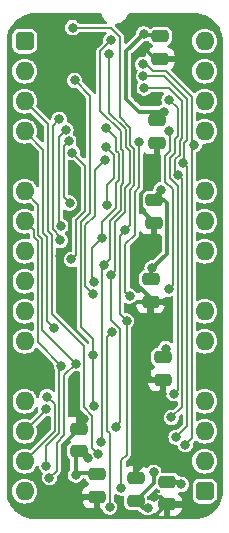
<source format=gbl>
%TF.GenerationSoftware,KiCad,Pcbnew,7.0.5*%
%TF.CreationDate,2024-02-22T13:18:50+02:00*%
%TF.ProjectId,HCP65 MPU Timer,48435036-3520-44d5-9055-2054696d6572,V1*%
%TF.SameCoordinates,PX54c81a0PY37b6b20*%
%TF.FileFunction,Copper,L2,Bot*%
%TF.FilePolarity,Positive*%
%FSLAX46Y46*%
G04 Gerber Fmt 4.6, Leading zero omitted, Abs format (unit mm)*
G04 Created by KiCad (PCBNEW 7.0.5) date 2024-02-22 13:18:50*
%MOMM*%
%LPD*%
G01*
G04 APERTURE LIST*
G04 Aperture macros list*
%AMRoundRect*
0 Rectangle with rounded corners*
0 $1 Rounding radius*
0 $2 $3 $4 $5 $6 $7 $8 $9 X,Y pos of 4 corners*
0 Add a 4 corners polygon primitive as box body*
4,1,4,$2,$3,$4,$5,$6,$7,$8,$9,$2,$3,0*
0 Add four circle primitives for the rounded corners*
1,1,$1+$1,$2,$3*
1,1,$1+$1,$4,$5*
1,1,$1+$1,$6,$7*
1,1,$1+$1,$8,$9*
0 Add four rect primitives between the rounded corners*
20,1,$1+$1,$2,$3,$4,$5,0*
20,1,$1+$1,$4,$5,$6,$7,0*
20,1,$1+$1,$6,$7,$8,$9,0*
20,1,$1+$1,$8,$9,$2,$3,0*%
G04 Aperture macros list end*
%TA.AperFunction,ComponentPad*%
%ADD10RoundRect,0.400000X-0.400000X-0.400000X0.400000X-0.400000X0.400000X0.400000X-0.400000X0.400000X0*%
%TD*%
%TA.AperFunction,ComponentPad*%
%ADD11O,1.600000X1.600000*%
%TD*%
%TA.AperFunction,ComponentPad*%
%ADD12R,1.600000X1.600000*%
%TD*%
%TA.AperFunction,SMDPad,CuDef*%
%ADD13RoundRect,0.250000X-0.475000X0.250000X-0.475000X-0.250000X0.475000X-0.250000X0.475000X0.250000X0*%
%TD*%
%TA.AperFunction,SMDPad,CuDef*%
%ADD14RoundRect,0.250000X0.475000X-0.250000X0.475000X0.250000X-0.475000X0.250000X-0.475000X-0.250000X0*%
%TD*%
%TA.AperFunction,ViaPad*%
%ADD15C,0.800000*%
%TD*%
%TA.AperFunction,Conductor*%
%ADD16C,0.380000*%
%TD*%
%TA.AperFunction,Conductor*%
%ADD17C,0.200000*%
%TD*%
G04 APERTURE END LIST*
D10*
%TO.P,J2,1,Pin_1*%
%TO.N,/5V*%
X0Y0D03*
D11*
%TO.P,J2,2,Pin_2*%
%TO.N,/~{Reset}*%
X0Y-2540000D03*
%TO.P,J2,3,Pin_3*%
%TO.N,/~{RD}*%
X0Y-5080000D03*
%TO.P,J2,4,Pin_4*%
%TO.N,/~{WD}*%
X0Y-7620000D03*
D12*
%TO.P,J2,5,Pin_5*%
%TO.N,/GND*%
X0Y-10160000D03*
D11*
%TO.P,J2,6,Pin_6*%
%TO.N,/CLK*%
X0Y-12700000D03*
%TO.P,J2,7,Pin_7*%
%TO.N,/~{NMI Rate Select}*%
X0Y-15240000D03*
%TO.P,J2,8,Pin_8*%
%TO.N,/D0*%
X0Y-17780000D03*
%TO.P,J2,9,Pin_9*%
%TO.N,/D1*%
X0Y-20320000D03*
%TO.P,J2,10,Pin_10*%
%TO.N,/D2*%
X0Y-22860000D03*
%TO.P,J2,11,Pin_11*%
%TO.N,/D3*%
X0Y-25400000D03*
D12*
%TO.P,J2,12,Pin_12*%
%TO.N,/GND*%
X0Y-27940000D03*
D11*
%TO.P,J2,13,Pin_13*%
%TO.N,/D4*%
X0Y-30480000D03*
%TO.P,J2,14,Pin_14*%
%TO.N,/D5*%
X0Y-33020000D03*
%TO.P,J2,15,Pin_15*%
%TO.N,/D6*%
X0Y-35560000D03*
%TO.P,J2,16,Pin_16*%
%TO.N,/D7*%
X0Y-38100000D03*
D10*
%TO.P,J2,17,Pin_17*%
%TO.N,/5V*%
X15240000Y-38100000D03*
D11*
%TO.P,J2,18,Pin_18*%
%TO.N,unconnected-(J2-Pin_18-Pad18)*%
X15240000Y-35560000D03*
%TO.P,J2,19,Pin_19*%
%TO.N,unconnected-(J2-Pin_19-Pad19)*%
X15240000Y-33020000D03*
%TO.P,J2,20,Pin_20*%
%TO.N,unconnected-(J2-Pin_20-Pad20)*%
X15240000Y-30480000D03*
D12*
%TO.P,J2,21,Pin_21*%
%TO.N,/GND*%
X15240000Y-27940000D03*
D11*
%TO.P,J2,22,Pin_22*%
%TO.N,unconnected-(J2-Pin_22-Pad22)*%
X15240000Y-25400000D03*
%TO.P,J2,23,Pin_23*%
%TO.N,unconnected-(J2-Pin_23-Pad23)*%
X15240000Y-22860000D03*
%TO.P,J2,24,Pin_24*%
%TO.N,/GND*%
X15240000Y-20320000D03*
%TO.P,J2,25,Pin_25*%
%TO.N,unconnected-(J2-Pin_25-Pad25)*%
X15240000Y-17780000D03*
%TO.P,J2,26,Pin_26*%
%TO.N,/~{Set Timer}*%
X15240000Y-15240000D03*
%TO.P,J2,27,Pin_27*%
%TO.N,unconnected-(J2-Pin_27-Pad27)*%
X15240000Y-12700000D03*
D12*
%TO.P,J2,28,Pin_28*%
%TO.N,/GND*%
X15240000Y-10160000D03*
D11*
%TO.P,J2,29,Pin_29*%
%TO.N,unconnected-(J2-Pin_29-Pad29)*%
X15240000Y-7620000D03*
%TO.P,J2,30,Pin_30*%
%TO.N,unconnected-(J2-Pin_30-Pad30)*%
X15240000Y-5080000D03*
%TO.P,J2,31,Pin_31*%
%TO.N,unconnected-(J2-Pin_31-Pad31)*%
X15240000Y-2540000D03*
%TO.P,J2,32,Pin_32*%
%TO.N,unconnected-(J2-Pin_32-Pad32)*%
X15240000Y0D03*
%TD*%
D13*
%TO.P,C15,1*%
%TO.N,/3.3V*%
X11465115Y418131D03*
%TO.P,C15,2*%
%TO.N,/GND*%
X11465115Y-1481869D03*
%TD*%
%TO.P,C11,1*%
%TO.N,/5V*%
X10668000Y-20148000D03*
%TO.P,C11,2*%
%TO.N,/GND*%
X10668000Y-22048000D03*
%TD*%
%TO.P,C5,1*%
%TO.N,/3.3V*%
X6096000Y-36658000D03*
%TO.P,C5,2*%
%TO.N,/GND*%
X6096000Y-38558000D03*
%TD*%
%TO.P,C16,1*%
%TO.N,/5V*%
X10922000Y-13455263D03*
%TO.P,C16,2*%
%TO.N,/GND*%
X10922000Y-15355263D03*
%TD*%
%TO.P,C8,1*%
%TO.N,/5V*%
X12065000Y-37293000D03*
%TO.P,C8,2*%
%TO.N,/GND*%
X12065000Y-39193000D03*
%TD*%
%TO.P,C10,1*%
%TO.N,/3.3V*%
X11684000Y-26752000D03*
%TO.P,C10,2*%
%TO.N,/GND*%
X11684000Y-28652000D03*
%TD*%
D14*
%TO.P,C6,1*%
%TO.N,/3.3V*%
X4572000Y-34716000D03*
%TO.P,C6,2*%
%TO.N,/GND*%
X4572000Y-32816000D03*
%TD*%
%TO.P,C9,1*%
%TO.N,/3.3V*%
X9398000Y-38907000D03*
%TO.P,C9,2*%
%TO.N,/GND*%
X9398000Y-37007000D03*
%TD*%
D13*
%TO.P,C7,1*%
%TO.N,/3.3V*%
X11176000Y-6686000D03*
%TO.P,C7,2*%
%TO.N,/GND*%
X11176000Y-8586000D03*
%TD*%
D15*
%TO.N,/5V*%
X13259980Y-37528507D03*
X11557000Y-12573000D03*
X10799000Y-19215263D03*
%TO.N,/GND*%
X4572000Y-38862000D03*
X8861795Y-22712237D03*
X4205000Y-11006747D03*
X13969988Y-1190000D03*
X9626986Y-17588000D03*
X10943518Y-38631476D03*
X11640009Y-29849563D03*
X5016266Y-32002185D03*
X3341110Y-4583864D03*
X11946490Y-22048000D03*
X10195115Y-642869D03*
X9625150Y-4826386D03*
X3007179Y-18176617D03*
X10637852Y-12179080D03*
%TO.N,/3.3V*%
X10922000Y-36477000D03*
X11938000Y-26035000D03*
X4318000Y-36734734D03*
X5318257Y-35329651D03*
X10414000Y-39483708D03*
X10068115Y627119D03*
X11810994Y-5969000D03*
%TO.N,/~{Write NMI Rate Select}\u00B7CLK*%
X12227115Y-4960869D03*
X12639995Y-29845000D03*
%TO.N,/Q6*%
X5815120Y-21387428D03*
X6817762Y-10033000D03*
%TO.N,/CLK*%
X2091451Y-36962791D03*
X4315002Y-27308000D03*
%TO.N,/~{Reset}*%
X8509000Y-16002000D03*
X8625825Y-23684000D03*
X4064000Y1143000D03*
X8193000Y-37846000D03*
%TO.N,/D0*%
X6674157Y-18988000D03*
X7304885Y61115D03*
X6494876Y-33908998D03*
%TO.N,/D1*%
X7150434Y-1083286D03*
X7327742Y-19807159D03*
X7696914Y-32639000D03*
%TO.N,/D2*%
X5812714Y-26607998D03*
X4226115Y-3309869D03*
X5875510Y-30861000D03*
%TO.N,/D5*%
X1800000Y-31114998D03*
%TO.N,/D6*%
X1887880Y-30090070D03*
%TO.N,/~{NMI Rate Select}*%
X3111501Y-27521551D03*
X1843000Y-35941000D03*
%TO.N,/~{WD}*%
X2489525Y-24307475D03*
%TO.N,/~{RD}*%
X6231116Y-34921370D03*
%TO.N,/NMI_{Speed}0*%
X9991730Y-1963484D03*
X13594185Y-34169224D03*
X14377065Y-8762210D03*
%TO.N,/NMI_{Speed}1*%
X12827000Y-33528000D03*
X13440000Y-10272406D03*
X10056061Y-2961415D03*
%TO.N,/NMI_{Speed}2*%
X12428930Y-31859930D03*
X13017500Y-11302990D03*
X10123085Y-3959169D03*
%TO.N,/Q8*%
X8877694Y-21579108D03*
X9647000Y-8500903D03*
%TO.N,/Q18*%
X3725313Y-8472108D03*
X3805000Y-13714807D03*
%TO.N,/Q0*%
X7379025Y-24624978D03*
X7188385Y-39458000D03*
%TO.N,/Q12*%
X6539000Y-16655940D03*
X6890685Y-7372636D03*
X5848424Y-20387981D03*
%TO.N,/Q10*%
X12193077Y-20970998D03*
X12239998Y-7620000D03*
%TO.N,/Q16*%
X3493266Y-7499401D03*
X3068424Y-15640232D03*
%TO.N,/Q14*%
X3009575Y-16866739D03*
X2921000Y-6604000D03*
%TO.N,/Q20*%
X6858006Y-8982006D03*
X6985000Y-13842996D03*
%TO.N,/~{Set Timer}*%
X4015463Y-9429092D03*
X3961000Y-18477000D03*
%TD*%
D16*
%TO.N,/GND*%
X9525000Y-17584768D02*
X9626987Y-17482781D01*
X9525000Y-20635097D02*
X9525000Y-17584768D01*
X10668000Y-21778097D02*
X9525000Y-20635097D01*
D17*
%TO.N,/D2*%
X5812714Y-25243714D02*
X5812714Y-26607998D01*
X5526986Y-14542197D02*
X4748424Y-15320759D01*
X4748424Y-15320759D02*
X4748424Y-24179424D01*
X4748424Y-24179424D02*
X5812714Y-25243714D01*
X5526987Y-4610741D02*
X5526986Y-14542197D01*
X4226115Y-3309869D02*
X5526987Y-4610741D01*
%TO.N,/Q20*%
X6985000Y-12134314D02*
X6985000Y-13842996D01*
X7544000Y-9668000D02*
X7544000Y-11575314D01*
X6858006Y-8982006D02*
X7544000Y-9668000D01*
X7544000Y-11575314D02*
X6985000Y-12134314D01*
%TO.N,/D1*%
X7639000Y-19495901D02*
X7327742Y-19807159D01*
X7639000Y-15348000D02*
X7639000Y-19495901D01*
X8517000Y-14470000D02*
X7639000Y-15348000D01*
X8517000Y-12405832D02*
X8517000Y-14470000D01*
X8890000Y-12032831D02*
X8517000Y-12405832D01*
X8547000Y-8973941D02*
X8890000Y-9316942D01*
X8547000Y-7473315D02*
X8547000Y-8973941D01*
X7150434Y-6076748D02*
X8547000Y-7473315D01*
X8890000Y-9316942D02*
X8890000Y-12032831D01*
X7150434Y-1083286D02*
X7150434Y-6076748D01*
%TO.N,/Q12*%
X7716998Y-14138631D02*
X6539000Y-15316629D01*
X7716998Y-11968001D02*
X7716998Y-14138631D01*
X7944000Y-9502312D02*
X7944000Y-11740999D01*
X7747000Y-9305312D02*
X7944000Y-9502312D01*
X7747000Y-8228951D02*
X7747000Y-9305312D01*
X6890685Y-7372636D02*
X7747000Y-8228951D01*
%TO.N,/D0*%
X7239000Y-18423157D02*
X6674157Y-18988000D01*
X8116998Y-14304317D02*
X7239000Y-15182315D01*
X8117000Y-12240147D02*
X8116998Y-14304317D01*
X8147000Y-7639000D02*
X8147000Y-9139626D01*
X6412000Y-5904000D02*
X8147000Y-7639000D01*
X7304885Y61115D02*
X6412000Y-831770D01*
X8344000Y-9336627D02*
X8344000Y-12013147D01*
X7239000Y-15182315D02*
X7239000Y-18423157D01*
%TO.N,/Q12*%
X7944000Y-11740999D02*
X7716998Y-11968001D01*
X6539000Y-15316629D02*
X6539000Y-16655940D01*
%TO.N,/D0*%
X6412000Y-831770D02*
X6412000Y-5904000D01*
X8344000Y-12013147D02*
X8117000Y-12240147D01*
X8147000Y-9139626D02*
X8344000Y-9336627D01*
%TO.N,/Q6*%
X5926987Y-14774013D02*
X5148424Y-15552576D01*
X5148424Y-15552576D02*
X5148424Y-20720732D01*
X5926987Y-10923775D02*
X5926987Y-14774013D01*
X5148424Y-20720732D02*
X5815120Y-21387428D01*
X6817762Y-10033000D02*
X5926987Y-10923775D01*
%TO.N,/Q14*%
X2368424Y-15930182D02*
X3009575Y-16571333D01*
X2368424Y-7156576D02*
X2368424Y-15930182D01*
X3009575Y-16571333D02*
X3009575Y-16866739D01*
X2921000Y-6604000D02*
X2368424Y-7156576D01*
%TO.N,/~{NMI Rate Select}*%
X1100000Y-16924502D02*
X1100000Y-25510050D01*
%TO.N,/CLK*%
X1500000Y-16758816D02*
X1500000Y-24492998D01*
X1168424Y-13868424D02*
X1168424Y-16427240D01*
%TO.N,/~{WD}*%
X0Y-7620000D02*
X1568424Y-9188424D01*
%TO.N,/~{NMI Rate Select}*%
X0Y-15240000D02*
X768424Y-16008424D01*
%TO.N,/~{RD}*%
X5716266Y-31712235D02*
X5716266Y-34406520D01*
X5015002Y-31010971D02*
X5716266Y-31712235D01*
X1968424Y-16095868D02*
X2300000Y-16427444D01*
X1968424Y-7048424D02*
X1968424Y-16095868D01*
X2300000Y-23128000D02*
X5015002Y-25843002D01*
X2300000Y-16427444D02*
X2300000Y-23128000D01*
%TO.N,/Q16*%
X2902000Y-15473808D02*
X3068424Y-15640232D01*
%TO.N,/~{RD}*%
X0Y-5080000D02*
X1968424Y-7048424D01*
%TO.N,/Q16*%
X3493266Y-7499401D02*
X2902000Y-8090667D01*
%TO.N,/~{NMI Rate Select}*%
X768424Y-16592926D02*
X1100000Y-16924502D01*
X768424Y-16008424D02*
X768424Y-16592926D01*
%TO.N,/~{RD}*%
X5716266Y-34406520D02*
X6231116Y-34921370D01*
%TO.N,/~{WD}*%
X1900000Y-16593130D02*
X1900000Y-23717950D01*
X1568424Y-9188424D02*
X1568424Y-16261554D01*
%TO.N,/~{NMI Rate Select}*%
X1100000Y-25510050D02*
X3111501Y-27521551D01*
%TO.N,/~{WD}*%
X1900000Y-23717950D02*
X2489525Y-24307475D01*
%TO.N,/Q16*%
X2902000Y-8090667D02*
X2902000Y-15473808D01*
D16*
%TO.N,/GND*%
X3937559Y-14872974D02*
X3858424Y-14952109D01*
X3937559Y-14872969D02*
X3937559Y-14872974D01*
D17*
%TO.N,/~{RD}*%
X5015002Y-25843002D02*
X5015002Y-31010971D01*
D16*
%TO.N,/GND*%
X4636986Y-14173542D02*
X3937559Y-14872969D01*
D17*
%TO.N,/~{WD}*%
X1568424Y-16261554D02*
X1900000Y-16593130D01*
D16*
%TO.N,/GND*%
X4636986Y-11438733D02*
X4636986Y-14173542D01*
X3858424Y-14952109D02*
X3858424Y-17325372D01*
X4205000Y-11006747D02*
X4636986Y-11438733D01*
D17*
%TO.N,/~{Set Timer}*%
X4348424Y-18089576D02*
X3961000Y-18477000D01*
X4348424Y-15155074D02*
X4348424Y-18089576D01*
X5126986Y-10540615D02*
X5126986Y-14376511D01*
X4015463Y-9429092D02*
X5126986Y-10540615D01*
%TO.N,/CLK*%
X1168424Y-16427240D02*
X1500000Y-16758816D01*
X1500000Y-24492998D02*
X4315002Y-27308000D01*
%TO.N,/~{Set Timer}*%
X5126986Y-14376511D02*
X4348424Y-15155074D01*
D16*
%TO.N,/GND*%
X3858424Y-17325372D02*
X3007179Y-18176617D01*
D17*
%TO.N,/CLK*%
X0Y-12700000D02*
X1168424Y-13868424D01*
%TO.N,/Q12*%
X5739398Y-20278955D02*
X5848424Y-20387981D01*
X5739398Y-17498914D02*
X5739398Y-20278955D01*
X6728838Y-16509474D02*
X5739398Y-17498914D01*
%TO.N,/Q0*%
X6996914Y-25007089D02*
X7379025Y-24624978D01*
X7231000Y-33208316D02*
X6996914Y-32974230D01*
X7188385Y-39458000D02*
X7231000Y-39415385D01*
X7231000Y-39415385D02*
X7231000Y-33208316D01*
%TO.N,/D0*%
X6494876Y-33908998D02*
X6575510Y-33828364D01*
X6575510Y-19086647D02*
X6674157Y-18988000D01*
%TO.N,/D1*%
X7327742Y-23583742D02*
X7327742Y-19807159D01*
X7696914Y-32639000D02*
X8079024Y-32256890D01*
%TO.N,/Q8*%
X8528000Y-21229414D02*
X8877694Y-21579108D01*
X8528000Y-17200900D02*
X8528000Y-21229414D01*
X9317000Y-12737202D02*
X9317000Y-16411900D01*
X9690000Y-12364202D02*
X9317000Y-12737202D01*
X9690000Y-8543903D02*
X9690000Y-12364202D01*
%TO.N,/D1*%
X8079024Y-32256890D02*
X8079024Y-24335025D01*
D16*
%TO.N,/GND*%
X8828000Y-22853954D02*
X8861795Y-22820159D01*
X9526032Y-22048000D02*
X8861795Y-22712237D01*
X10668000Y-22048000D02*
X9526032Y-22048000D01*
D17*
%TO.N,/Q0*%
X6996914Y-32974230D02*
X6996914Y-25007089D01*
%TO.N,/~{Reset}*%
X8193000Y-35431812D02*
X8625825Y-34998987D01*
%TO.N,/D0*%
X6575510Y-33828364D02*
X6575510Y-19086647D01*
%TO.N,/~{Reset}*%
X8039000Y-23097175D02*
X8625825Y-23684000D01*
X8509000Y-16002000D02*
X8039000Y-16472000D01*
%TO.N,/D1*%
X8079024Y-24335025D02*
X7327742Y-23583742D01*
%TO.N,/~{Reset}*%
X8625825Y-34998987D02*
X8625825Y-23684000D01*
%TO.N,/Q8*%
X9317000Y-16411900D02*
X8528000Y-17200900D01*
X9647000Y-8500903D02*
X9690000Y-8543903D01*
%TO.N,/~{Reset}*%
X8039000Y-16472000D02*
X8039000Y-23097175D01*
D16*
%TO.N,/GND*%
X8861795Y-22820159D02*
X8861795Y-22712237D01*
D17*
%TO.N,/~{Reset}*%
X8193000Y-37846000D02*
X8193000Y-35431812D01*
%TO.N,/NMI_{Speed}2*%
X12738000Y-11023490D02*
X13017500Y-11302990D01*
X13119000Y-9602372D02*
X12738000Y-9983372D01*
X12738000Y-9983372D02*
X12738000Y-11023490D01*
X13119000Y-8427864D02*
X13119000Y-9602372D01*
X13340000Y-8206865D02*
X13119000Y-8427864D01*
X13340000Y-5073372D02*
X13340000Y-8206865D01*
X10123085Y-3959169D02*
X12225797Y-3959169D01*
X13339998Y-30948862D02*
X13339998Y-11625488D01*
%TO.N,/~{Write NMI Rate Select}\u00B7CLK*%
X12281000Y-11619950D02*
X12940000Y-12278950D01*
X12719000Y-9436686D02*
X12281000Y-9874686D01*
%TO.N,/NMI_{Speed}2*%
X12428930Y-31859930D02*
X13339998Y-30948862D01*
%TO.N,/~{Write NMI Rate Select}\u00B7CLK*%
X12719000Y-8262179D02*
X12719000Y-9436686D01*
X12939998Y-8041181D02*
X12719000Y-8262179D01*
X12939998Y-5673752D02*
X12939998Y-8041181D01*
X12227115Y-4960869D02*
X12939998Y-5673752D01*
%TO.N,/NMI_{Speed}2*%
X12225797Y-3959169D02*
X13340000Y-5073372D01*
%TO.N,/NMI_{Speed}1*%
X13740000Y-10572406D02*
X13440000Y-10272406D01*
X12827000Y-33528000D02*
X13740000Y-32615000D01*
%TO.N,/~{Write NMI Rate Select}\u00B7CLK*%
X12940000Y-29544995D02*
X12639995Y-29845000D01*
%TO.N,/NMI_{Speed}1*%
X13740000Y-4907687D02*
X13739999Y-8372551D01*
%TO.N,/~{Write NMI Rate Select}\u00B7CLK*%
X12940000Y-12278950D02*
X12940000Y-29544995D01*
%TO.N,/NMI_{Speed}1*%
X11793729Y-2961415D02*
X13740000Y-4907687D01*
X10056061Y-2961415D02*
X11793729Y-2961415D01*
%TO.N,/NMI_{Speed}0*%
X14140012Y-8999263D02*
X14377065Y-8762210D01*
X14140012Y-33623397D02*
X14140012Y-8999263D01*
%TO.N,/NMI_{Speed}2*%
X13339998Y-11625488D02*
X13017500Y-11302990D01*
%TO.N,/~{Write NMI Rate Select}\u00B7CLK*%
X12281000Y-9874686D02*
X12281000Y-11619950D01*
%TO.N,/NMI_{Speed}0*%
X13594185Y-34169224D02*
X14140012Y-33623397D01*
%TO.N,/NMI_{Speed}1*%
X13740000Y-32615000D02*
X13740000Y-10572406D01*
X13519000Y-10193406D02*
X13440000Y-10272406D01*
X13739999Y-8372551D02*
X13519000Y-8593550D01*
X13519000Y-8593550D02*
X13519000Y-10193406D01*
D16*
%TO.N,/GND*%
X11176000Y-11640932D02*
X10637852Y-12179080D01*
X11176000Y-8586000D02*
X11176000Y-11640932D01*
X10568086Y-12179080D02*
X10637852Y-12179080D01*
X9807000Y-14240263D02*
X9807000Y-12940166D01*
X10922000Y-15355263D02*
X9807000Y-14240263D01*
%TO.N,/5V*%
X10922000Y-13208000D02*
X11557000Y-12573000D01*
%TO.N,/GND*%
X9807000Y-12940166D02*
X10568086Y-12179080D01*
D17*
%TO.N,/Q10*%
X12319000Y-7699002D02*
X12239998Y-7620000D01*
X11881000Y-9709000D02*
X12319000Y-9271000D01*
X11881000Y-11881000D02*
X11881000Y-9709000D01*
X12540000Y-20624075D02*
X12540000Y-12540000D01*
X12193077Y-20970998D02*
X12540000Y-20624075D01*
X12540000Y-12540000D02*
X11881000Y-11881000D01*
X12319000Y-9271000D02*
X12319000Y-7699002D01*
D16*
%TO.N,/3.3V*%
X4318000Y-34970000D02*
X4318000Y-36734734D01*
X4469734Y-36583000D02*
X4318000Y-36734734D01*
X6021000Y-36583000D02*
X4469734Y-36583000D01*
D17*
%TO.N,/D6*%
X2540000Y-30742190D02*
X1887880Y-30090070D01*
X0Y-35560000D02*
X2540000Y-33020000D01*
X2540000Y-33020000D02*
X2540000Y-30742190D01*
%TO.N,/D5*%
X1800000Y-31220000D02*
X1800000Y-31114998D01*
X0Y-33020000D02*
X1800000Y-31220000D01*
%TO.N,/~{NMI Rate Select}*%
X2940000Y-27693052D02*
X3111501Y-27521551D01*
X2940000Y-33185685D02*
X2940000Y-27693052D01*
X1843000Y-34282685D02*
X2940000Y-33185685D01*
X1843000Y-35941000D02*
X1843000Y-34282685D01*
%TO.N,/CLK*%
X3340000Y-33351370D02*
X3340000Y-28283002D01*
X2705000Y-33986371D02*
X3340000Y-33351370D01*
X2705000Y-36349242D02*
X2705000Y-33986371D01*
X2091451Y-36962791D02*
X2705000Y-36349242D01*
X3340000Y-28283002D02*
X4315002Y-27308000D01*
D16*
%TO.N,/GND*%
X5016266Y-32194734D02*
X5016266Y-32002185D01*
X4572000Y-32639000D02*
X5016266Y-32194734D01*
X3322000Y-34062335D02*
X4568335Y-32816000D01*
X3322000Y-36991192D02*
X3322000Y-34062335D01*
X2560401Y-37752791D02*
X3322000Y-36991192D01*
X1764222Y-37752791D02*
X2560401Y-37752791D01*
X921431Y-36910000D02*
X1764222Y-37752791D01*
X-492915Y-36910000D02*
X921431Y-36910000D01*
X-1190000Y-36212915D02*
X-492915Y-36910000D01*
X-1190000Y-29130000D02*
X-1190000Y-36212915D01*
X0Y-27940000D02*
X-1190000Y-29130000D01*
%TO.N,/3.3V*%
X4704606Y-34716000D02*
X5318257Y-35329651D01*
D17*
%TO.N,/D2*%
X5812714Y-30798204D02*
X5812714Y-26607998D01*
X5875510Y-30861000D02*
X5812714Y-30798204D01*
%TO.N,/~{Reset}*%
X8916998Y-12571519D02*
X8916998Y-15594002D01*
X9290000Y-9151257D02*
X9290000Y-12198517D01*
X8947000Y-8808256D02*
X9290000Y-9151257D01*
X8947000Y-7307630D02*
X8947000Y-8808256D01*
X8081115Y343127D02*
X8081115Y-6441743D01*
X7281242Y1143000D02*
X8081115Y343127D01*
X4064000Y1143000D02*
X7281242Y1143000D01*
X9290000Y-12198517D02*
X8916998Y-12571519D01*
X8916998Y-15594002D02*
X8509000Y-16002000D01*
X8081115Y-6441743D02*
X8947000Y-7307630D01*
D16*
%TO.N,/5V*%
X10668000Y-19346263D02*
X10799000Y-19215263D01*
X10799000Y-19215263D02*
X12037000Y-17977263D01*
X13024473Y-37293000D02*
X13259980Y-37528507D01*
X11804263Y-13455263D02*
X11131000Y-13455263D01*
X12065000Y-37293000D02*
X13024473Y-37293000D01*
X10668000Y-20148000D02*
X10668000Y-19346263D01*
X12037000Y-13688000D02*
X11804263Y-13455263D01*
X12037000Y-17977263D02*
X12037000Y-13688000D01*
%TO.N,/GND*%
X13678119Y-1481869D02*
X13969988Y-1190000D01*
X11465115Y-1481869D02*
X13678119Y-1481869D01*
X13970000Y-39370000D02*
X12242000Y-39370000D01*
X0Y-10160000D02*
X-1190000Y-11350000D01*
X16430000Y-29130000D02*
X16430000Y-38827229D01*
X-492915Y-3890000D02*
X2647246Y-3890000D01*
X10922000Y-16292986D02*
X9626986Y-17588000D01*
X10414000Y-22302000D02*
X10541000Y-22429000D01*
X15240000Y-10160000D02*
X16430000Y-8970000D01*
X-1190000Y-11350000D02*
X-1190000Y-26750000D01*
X16430000Y-19130000D02*
X16430000Y-11350000D01*
X6096000Y-39497000D02*
X6872732Y-40273732D01*
X6872732Y-40273732D02*
X10984268Y-40273732D01*
X10984268Y-40273732D02*
X12065000Y-39193000D01*
X15240000Y-27940000D02*
X16430000Y-29130000D01*
X-1190000Y-4587085D02*
X-492915Y-3890000D01*
X16430000Y-38827229D02*
X15887229Y-39370000D01*
X2647246Y-3890000D02*
X3036115Y-4278869D01*
X10668000Y-22048000D02*
X11946490Y-22048000D01*
X15887229Y-39370000D02*
X13970000Y-39370000D01*
X0Y-10160000D02*
X-1190000Y-8970000D01*
X12065000Y-39193000D02*
X11503476Y-38631476D01*
X10541000Y-28321000D02*
X10872000Y-28652000D01*
X9151113Y-1686871D02*
X9151113Y-4352349D01*
X15572915Y-1190000D02*
X13970000Y-1190000D01*
X9151113Y-4352349D02*
X9625150Y-4826386D01*
X12801229Y-35687000D02*
X14050000Y-36935771D01*
X6096000Y-38558000D02*
X6096000Y-39497000D01*
X10922000Y-15355263D02*
X10922000Y-16292986D01*
X16430000Y-2047085D02*
X15572915Y-1190000D01*
X9398000Y-37007000D02*
X9398000Y-36449000D01*
X11034115Y-1481869D02*
X10195115Y-642869D01*
X-1190000Y-26750000D02*
X0Y-27940000D01*
X11503476Y-38631476D02*
X10943518Y-38631476D01*
X14050000Y-36935771D02*
X14050000Y-39290000D01*
X16430000Y-26750000D02*
X15240000Y-27940000D01*
X4876000Y-38558000D02*
X4572000Y-38862000D01*
X16430000Y-8970000D02*
X16430000Y-2047085D01*
X15240000Y-20320000D02*
X16430000Y-21510000D01*
X16430000Y-21510000D02*
X16430000Y-21590000D01*
X10872000Y-28652000D02*
X11253000Y-28652000D01*
X10541000Y-22429000D02*
X10541000Y-28321000D01*
X10195115Y-642869D02*
X9151113Y-1686871D01*
X10160000Y-35687000D02*
X12801229Y-35687000D01*
X16430000Y-11350000D02*
X15240000Y-10160000D01*
X-1190000Y-8970000D02*
X-1190000Y-4587085D01*
X6096000Y-38558000D02*
X4876000Y-38558000D01*
X9398000Y-36449000D02*
X10160000Y-35687000D01*
X3036115Y-4278869D02*
X3341110Y-4583864D01*
X14050000Y-39290000D02*
X13970000Y-39370000D01*
X11684000Y-29805572D02*
X11640009Y-29849563D01*
X11684000Y-28652000D02*
X11684000Y-29805572D01*
X16430000Y-21590000D02*
X16430000Y-26750000D01*
X15240000Y-20320000D02*
X16430000Y-19130000D01*
%TO.N,/3.3V*%
X11383115Y500131D02*
X10195103Y500131D01*
X10068115Y627119D02*
X8571113Y-869883D01*
X11684000Y-26289000D02*
X11938000Y-26035000D01*
X10195103Y500131D02*
X10068115Y627119D01*
X11684000Y-26752000D02*
X11684000Y-26289000D01*
X8571113Y-4889578D02*
X9650535Y-5969000D01*
X9650535Y-5969000D02*
X11810994Y-5969000D01*
X9398000Y-38907000D02*
X9974708Y-39483708D01*
X9398000Y-38907000D02*
X10922000Y-37383000D01*
X8571113Y-869883D02*
X8571113Y-4889578D01*
X10922000Y-37383000D02*
X10922000Y-36477000D01*
X11176000Y-6603994D02*
X11810994Y-5969000D01*
X9974708Y-39483708D02*
X10414000Y-39483708D01*
D17*
%TO.N,/NMI_{Speed}0*%
X14139999Y-8525144D02*
X14377065Y-8762210D01*
X10245730Y-1963484D02*
X10843661Y-2561415D01*
X10843661Y-2561415D02*
X11959415Y-2561415D01*
X9991730Y-1963484D02*
X10245730Y-1963484D01*
X11959415Y-2561415D02*
X14139999Y-4741999D01*
X14139999Y-4741999D02*
X14139999Y-8525144D01*
%TO.N,/Q18*%
X3302000Y-13211807D02*
X3805000Y-13714807D01*
X3725313Y-8472108D02*
X3302000Y-8895421D01*
X3302000Y-8895421D02*
X3302000Y-13211807D01*
%TD*%
%TA.AperFunction,Conductor*%
%TO.N,/GND*%
G36*
X14349075Y2363257D02*
G01*
X14349328Y2363234D01*
X14360091Y2363234D01*
X14402409Y2363234D01*
X14406099Y2363122D01*
X14601343Y2351308D01*
X14685372Y2346222D01*
X14692795Y2345321D01*
X14966125Y2295225D01*
X14973385Y2293435D01*
X15080785Y2259966D01*
X15238680Y2210760D01*
X15245681Y2208104D01*
X15499062Y2094061D01*
X15505697Y2090578D01*
X15743491Y1946821D01*
X15749658Y1942564D01*
X15845485Y1867487D01*
X15968388Y1771194D01*
X15973982Y1766239D01*
X16170473Y1569744D01*
X16175435Y1564143D01*
X16346799Y1345408D01*
X16351056Y1339240D01*
X16494805Y1101444D01*
X16498287Y1094809D01*
X16552105Y975231D01*
X16596006Y877685D01*
X16612325Y841427D01*
X16614982Y834420D01*
X16697647Y569130D01*
X16699441Y561855D01*
X16749525Y288547D01*
X16750429Y281108D01*
X16757704Y160850D01*
X16765920Y25007D01*
X16767386Y785D01*
X16767499Y-2960D01*
X16767499Y-38098138D01*
X16767386Y-38101883D01*
X16750494Y-38381108D01*
X16749591Y-38388547D01*
X16699504Y-38661864D01*
X16697711Y-38669140D01*
X16615044Y-38934428D01*
X16612386Y-38941435D01*
X16498348Y-39194815D01*
X16494865Y-39201451D01*
X16351111Y-39439246D01*
X16346854Y-39445413D01*
X16175489Y-39664143D01*
X16170519Y-39669752D01*
X15974032Y-39866237D01*
X15968423Y-39871206D01*
X15749687Y-40042573D01*
X15743520Y-40046830D01*
X15505730Y-40190576D01*
X15499095Y-40194058D01*
X15245708Y-40308095D01*
X15238702Y-40310752D01*
X14973405Y-40393419D01*
X14966129Y-40395213D01*
X14692820Y-40445295D01*
X14685381Y-40446199D01*
X14405610Y-40463119D01*
X14401867Y-40463232D01*
X13970000Y-40463232D01*
X13970000Y-38565701D01*
X14189500Y-38565701D01*
X14192401Y-38602567D01*
X14192402Y-38602573D01*
X14238254Y-38760393D01*
X14238255Y-38760396D01*
X14321917Y-38901862D01*
X14321923Y-38901870D01*
X14438129Y-39018076D01*
X14438133Y-39018079D01*
X14438135Y-39018081D01*
X14579602Y-39101744D01*
X14621224Y-39113836D01*
X14737426Y-39147597D01*
X14737429Y-39147597D01*
X14737431Y-39147598D01*
X14774306Y-39150500D01*
X14774314Y-39150500D01*
X15705686Y-39150500D01*
X15705694Y-39150500D01*
X15742569Y-39147598D01*
X15742571Y-39147597D01*
X15742573Y-39147597D01*
X15784191Y-39135505D01*
X15900398Y-39101744D01*
X16041865Y-39018081D01*
X16158081Y-38901865D01*
X16241744Y-38760398D01*
X16287598Y-38602569D01*
X16290500Y-38565694D01*
X16290500Y-37634306D01*
X16287598Y-37597431D01*
X16241744Y-37439602D01*
X16158081Y-37298135D01*
X16158079Y-37298133D01*
X16158076Y-37298129D01*
X16041870Y-37181923D01*
X16041862Y-37181917D01*
X15900396Y-37098255D01*
X15900393Y-37098254D01*
X15742573Y-37052402D01*
X15742567Y-37052401D01*
X15705701Y-37049500D01*
X15705694Y-37049500D01*
X14774306Y-37049500D01*
X14774298Y-37049500D01*
X14737432Y-37052401D01*
X14737426Y-37052402D01*
X14579606Y-37098254D01*
X14579603Y-37098255D01*
X14438137Y-37181917D01*
X14438129Y-37181923D01*
X14321923Y-37298129D01*
X14321917Y-37298137D01*
X14238255Y-37439603D01*
X14238254Y-37439606D01*
X14192402Y-37597426D01*
X14192401Y-37597432D01*
X14189500Y-37634298D01*
X14189500Y-38565701D01*
X13970000Y-38565701D01*
X13970000Y-35560000D01*
X14184417Y-35560000D01*
X14204699Y-35765932D01*
X14204700Y-35765934D01*
X14264768Y-35963954D01*
X14362315Y-36146450D01*
X14362317Y-36146452D01*
X14493589Y-36306410D01*
X14590209Y-36385702D01*
X14653550Y-36437685D01*
X14836046Y-36535232D01*
X15034066Y-36595300D01*
X15034065Y-36595300D01*
X15052529Y-36597118D01*
X15240000Y-36615583D01*
X15445934Y-36595300D01*
X15643954Y-36535232D01*
X15826450Y-36437685D01*
X15986410Y-36306410D01*
X16117685Y-36146450D01*
X16215232Y-35963954D01*
X16275300Y-35765934D01*
X16295583Y-35560000D01*
X16275300Y-35354066D01*
X16215232Y-35156046D01*
X16117685Y-34973550D01*
X16065702Y-34910209D01*
X15986410Y-34813589D01*
X15826452Y-34682317D01*
X15826453Y-34682317D01*
X15826450Y-34682315D01*
X15643954Y-34584768D01*
X15445934Y-34524700D01*
X15445932Y-34524699D01*
X15445934Y-34524699D01*
X15240000Y-34504417D01*
X15034067Y-34524699D01*
X14836043Y-34584769D01*
X14725897Y-34643643D01*
X14653550Y-34682315D01*
X14653548Y-34682316D01*
X14653547Y-34682317D01*
X14493589Y-34813589D01*
X14362317Y-34973547D01*
X14264769Y-35156043D01*
X14204699Y-35354067D01*
X14184417Y-35560000D01*
X13970000Y-35560000D01*
X13970000Y-34705339D01*
X14084668Y-34603754D01*
X14174405Y-34473747D01*
X14230422Y-34326042D01*
X14249463Y-34169224D01*
X14239459Y-34086841D01*
X14250919Y-34017920D01*
X14274871Y-33984218D01*
X14353058Y-33906031D01*
X14372914Y-33889908D01*
X14380681Y-33884834D01*
X14400885Y-33858874D01*
X14405953Y-33853136D01*
X14408387Y-33850704D01*
X14408391Y-33850697D01*
X14412035Y-33847056D01*
X14413372Y-33848394D01*
X14464852Y-33814465D01*
X14534717Y-33813659D01*
X14579820Y-33837177D01*
X14606284Y-33858895D01*
X14635708Y-33883043D01*
X14653550Y-33897685D01*
X14836046Y-33995232D01*
X15034066Y-34055300D01*
X15034065Y-34055300D01*
X15052529Y-34057118D01*
X15240000Y-34075583D01*
X15445934Y-34055300D01*
X15643954Y-33995232D01*
X15826450Y-33897685D01*
X15986410Y-33766410D01*
X16117685Y-33606450D01*
X16215232Y-33423954D01*
X16275300Y-33225934D01*
X16295583Y-33020000D01*
X16275300Y-32814066D01*
X16215232Y-32616046D01*
X16117685Y-32433550D01*
X15989488Y-32277340D01*
X15986410Y-32273589D01*
X15826452Y-32142317D01*
X15826453Y-32142317D01*
X15826450Y-32142315D01*
X15643954Y-32044768D01*
X15445934Y-31984700D01*
X15445932Y-31984699D01*
X15445934Y-31984699D01*
X15240000Y-31964417D01*
X15034067Y-31984699D01*
X14836043Y-32044769D01*
X14672966Y-32131937D01*
X14604563Y-32146179D01*
X14539319Y-32121179D01*
X14497948Y-32064874D01*
X14490512Y-32022579D01*
X14490512Y-31477420D01*
X14510197Y-31410381D01*
X14563001Y-31364626D01*
X14632159Y-31354682D01*
X14672960Y-31368060D01*
X14836046Y-31455232D01*
X15034066Y-31515300D01*
X15034065Y-31515300D01*
X15052529Y-31517118D01*
X15240000Y-31535583D01*
X15445934Y-31515300D01*
X15643954Y-31455232D01*
X15826450Y-31357685D01*
X15986410Y-31226410D01*
X16117685Y-31066450D01*
X16215232Y-30883954D01*
X16275300Y-30685934D01*
X16295583Y-30480000D01*
X16275300Y-30274066D01*
X16215232Y-30076046D01*
X16117685Y-29893550D01*
X15989488Y-29737340D01*
X15986410Y-29733589D01*
X15826452Y-29602317D01*
X15826453Y-29602317D01*
X15826450Y-29602315D01*
X15643954Y-29504768D01*
X15445934Y-29444700D01*
X15445932Y-29444699D01*
X15445934Y-29444699D01*
X15240000Y-29424417D01*
X15034067Y-29444699D01*
X14836043Y-29504769D01*
X14672966Y-29591937D01*
X14604563Y-29606179D01*
X14539319Y-29581179D01*
X14497948Y-29524874D01*
X14490512Y-29482579D01*
X14490512Y-26397420D01*
X14510197Y-26330381D01*
X14563001Y-26284626D01*
X14632159Y-26274682D01*
X14672960Y-26288060D01*
X14836046Y-26375232D01*
X15034066Y-26435300D01*
X15034065Y-26435300D01*
X15052529Y-26437118D01*
X15240000Y-26455583D01*
X15445934Y-26435300D01*
X15643954Y-26375232D01*
X15826450Y-26277685D01*
X15986410Y-26146410D01*
X16117685Y-25986450D01*
X16215232Y-25803954D01*
X16275300Y-25605934D01*
X16295583Y-25400000D01*
X16275300Y-25194066D01*
X16215232Y-24996046D01*
X16117685Y-24813550D01*
X15989488Y-24657340D01*
X15986410Y-24653589D01*
X15826452Y-24522317D01*
X15826453Y-24522317D01*
X15826450Y-24522315D01*
X15643954Y-24424768D01*
X15445934Y-24364700D01*
X15445932Y-24364699D01*
X15445934Y-24364699D01*
X15240000Y-24344417D01*
X15034067Y-24364699D01*
X14836043Y-24424769D01*
X14672966Y-24511937D01*
X14604563Y-24526179D01*
X14539319Y-24501179D01*
X14497948Y-24444874D01*
X14490512Y-24402579D01*
X14490512Y-23857420D01*
X14510197Y-23790381D01*
X14563001Y-23744626D01*
X14632159Y-23734682D01*
X14672960Y-23748060D01*
X14836046Y-23835232D01*
X15034066Y-23895300D01*
X15034065Y-23895300D01*
X15052529Y-23897118D01*
X15240000Y-23915583D01*
X15445934Y-23895300D01*
X15643954Y-23835232D01*
X15826450Y-23737685D01*
X15986410Y-23606410D01*
X16117685Y-23446450D01*
X16215232Y-23263954D01*
X16275300Y-23065934D01*
X16295583Y-22860000D01*
X16275300Y-22654066D01*
X16215232Y-22456046D01*
X16117685Y-22273550D01*
X15989488Y-22117340D01*
X15986410Y-22113589D01*
X15826452Y-21982317D01*
X15826453Y-21982317D01*
X15826450Y-21982315D01*
X15643954Y-21884768D01*
X15445934Y-21824700D01*
X15445932Y-21824699D01*
X15445934Y-21824699D01*
X15240000Y-21804417D01*
X15034067Y-21824699D01*
X14836043Y-21884769D01*
X14672966Y-21971937D01*
X14604563Y-21986179D01*
X14539319Y-21961179D01*
X14497948Y-21904874D01*
X14490512Y-21862579D01*
X14490512Y-18777420D01*
X14510197Y-18710381D01*
X14563001Y-18664626D01*
X14632159Y-18654682D01*
X14672960Y-18668060D01*
X14836046Y-18755232D01*
X15034066Y-18815300D01*
X15034065Y-18815300D01*
X15052529Y-18817118D01*
X15240000Y-18835583D01*
X15445934Y-18815300D01*
X15643954Y-18755232D01*
X15826450Y-18657685D01*
X15986410Y-18526410D01*
X16117685Y-18366450D01*
X16215232Y-18183954D01*
X16275300Y-17985934D01*
X16295583Y-17780000D01*
X16275300Y-17574066D01*
X16215232Y-17376046D01*
X16117685Y-17193550D01*
X15989488Y-17037340D01*
X15986410Y-17033589D01*
X15826452Y-16902317D01*
X15826453Y-16902317D01*
X15826450Y-16902315D01*
X15643954Y-16804768D01*
X15445934Y-16744700D01*
X15445932Y-16744699D01*
X15445934Y-16744699D01*
X15240000Y-16724417D01*
X15034067Y-16744699D01*
X14836043Y-16804769D01*
X14672966Y-16891937D01*
X14604563Y-16906179D01*
X14539319Y-16881179D01*
X14497948Y-16824874D01*
X14490512Y-16782579D01*
X14490512Y-16237420D01*
X14510197Y-16170381D01*
X14563001Y-16124626D01*
X14632159Y-16114682D01*
X14672960Y-16128060D01*
X14836046Y-16215232D01*
X15034066Y-16275300D01*
X15034065Y-16275300D01*
X15052529Y-16277118D01*
X15240000Y-16295583D01*
X15445934Y-16275300D01*
X15643954Y-16215232D01*
X15826450Y-16117685D01*
X15986410Y-15986410D01*
X16117685Y-15826450D01*
X16215232Y-15643954D01*
X16275300Y-15445934D01*
X16295583Y-15240000D01*
X16275300Y-15034066D01*
X16215232Y-14836046D01*
X16117685Y-14653550D01*
X15989488Y-14497340D01*
X15986410Y-14493589D01*
X15826452Y-14362317D01*
X15826453Y-14362317D01*
X15826450Y-14362315D01*
X15643954Y-14264768D01*
X15445934Y-14204700D01*
X15445932Y-14204699D01*
X15445934Y-14204699D01*
X15240000Y-14184417D01*
X15034067Y-14204699D01*
X14836043Y-14264769D01*
X14672966Y-14351937D01*
X14604563Y-14366179D01*
X14539319Y-14341179D01*
X14497948Y-14284874D01*
X14490512Y-14242579D01*
X14490512Y-13697420D01*
X14510197Y-13630381D01*
X14563001Y-13584626D01*
X14632159Y-13574682D01*
X14672960Y-13588060D01*
X14836046Y-13675232D01*
X15034066Y-13735300D01*
X15034065Y-13735300D01*
X15052529Y-13737118D01*
X15240000Y-13755583D01*
X15445934Y-13735300D01*
X15643954Y-13675232D01*
X15826450Y-13577685D01*
X15986410Y-13446410D01*
X16117685Y-13286450D01*
X16215232Y-13103954D01*
X16275300Y-12905934D01*
X16295583Y-12700000D01*
X16275300Y-12494066D01*
X16215232Y-12296046D01*
X16117685Y-12113550D01*
X15989488Y-11957340D01*
X15986410Y-11953589D01*
X15826452Y-11822317D01*
X15826453Y-11822317D01*
X15826450Y-11822315D01*
X15643954Y-11724768D01*
X15445934Y-11664700D01*
X15445932Y-11664699D01*
X15445934Y-11664699D01*
X15240000Y-11644417D01*
X15034067Y-11664699D01*
X14836043Y-11724769D01*
X14672966Y-11811937D01*
X14604563Y-11826179D01*
X14539319Y-11801179D01*
X14497948Y-11744874D01*
X14490512Y-11702579D01*
X14490512Y-9501364D01*
X14510197Y-9434325D01*
X14563001Y-9388570D01*
X14584839Y-9380967D01*
X14609430Y-9374906D01*
X14749305Y-9301493D01*
X14867548Y-9196740D01*
X14957285Y-9066733D01*
X15013302Y-8919028D01*
X15030579Y-8776732D01*
X15058200Y-8712556D01*
X15116134Y-8673499D01*
X15165826Y-8668277D01*
X15240000Y-8675583D01*
X15445934Y-8655300D01*
X15643954Y-8595232D01*
X15826450Y-8497685D01*
X15986410Y-8366410D01*
X16117685Y-8206450D01*
X16215232Y-8023954D01*
X16275300Y-7825934D01*
X16295583Y-7620000D01*
X16275300Y-7414066D01*
X16215232Y-7216046D01*
X16117685Y-7033550D01*
X15989501Y-6877356D01*
X15986410Y-6873589D01*
X15868677Y-6776969D01*
X15826450Y-6742315D01*
X15643954Y-6644768D01*
X15445934Y-6584700D01*
X15445932Y-6584699D01*
X15445934Y-6584699D01*
X15240000Y-6564417D01*
X15034067Y-6584699D01*
X14836043Y-6644769D01*
X14672953Y-6731944D01*
X14604550Y-6746186D01*
X14539306Y-6721186D01*
X14497935Y-6664881D01*
X14490499Y-6622586D01*
X14490499Y-6077413D01*
X14510184Y-6010374D01*
X14562988Y-5964619D01*
X14632146Y-5954675D01*
X14672947Y-5968053D01*
X14836046Y-6055232D01*
X15034066Y-6115300D01*
X15034065Y-6115300D01*
X15052529Y-6117118D01*
X15240000Y-6135583D01*
X15445934Y-6115300D01*
X15643954Y-6055232D01*
X15826450Y-5957685D01*
X15986410Y-5826410D01*
X16117685Y-5666450D01*
X16215232Y-5483954D01*
X16275300Y-5285934D01*
X16295583Y-5080000D01*
X16275300Y-4874066D01*
X16215232Y-4676046D01*
X16117685Y-4493550D01*
X16065702Y-4430209D01*
X15986410Y-4333589D01*
X15826452Y-4202317D01*
X15826453Y-4202317D01*
X15826450Y-4202315D01*
X15643954Y-4104768D01*
X15445934Y-4044700D01*
X15445932Y-4044699D01*
X15445934Y-4044699D01*
X15240000Y-4024417D01*
X15034067Y-4044699D01*
X14836043Y-4104769D01*
X14725898Y-4163643D01*
X14653550Y-4202315D01*
X14653548Y-4202316D01*
X14653547Y-4202317D01*
X14493588Y-4333590D01*
X14460337Y-4374107D01*
X14402591Y-4413441D01*
X14332747Y-4415310D01*
X14276804Y-4383122D01*
X13970000Y-4076317D01*
X13970000Y-2540000D01*
X14184417Y-2540000D01*
X14204699Y-2745932D01*
X14234734Y-2844943D01*
X14264768Y-2943954D01*
X14362315Y-3126450D01*
X14362317Y-3126452D01*
X14493589Y-3286410D01*
X14590209Y-3365702D01*
X14653550Y-3417685D01*
X14836046Y-3515232D01*
X15034066Y-3575300D01*
X15034065Y-3575300D01*
X15052529Y-3577118D01*
X15240000Y-3595583D01*
X15445934Y-3575300D01*
X15643954Y-3515232D01*
X15826450Y-3417685D01*
X15986410Y-3286410D01*
X16117685Y-3126450D01*
X16215232Y-2943954D01*
X16275300Y-2745934D01*
X16295583Y-2540000D01*
X16275300Y-2334066D01*
X16215232Y-2136046D01*
X16117685Y-1953550D01*
X16065702Y-1890209D01*
X15986410Y-1793589D01*
X15826452Y-1662317D01*
X15826453Y-1662317D01*
X15826450Y-1662315D01*
X15643954Y-1564768D01*
X15445934Y-1504700D01*
X15445932Y-1504699D01*
X15445934Y-1504699D01*
X15240000Y-1484417D01*
X15034067Y-1504699D01*
X14836043Y-1564769D01*
X14725898Y-1623643D01*
X14653550Y-1662315D01*
X14653548Y-1662316D01*
X14653547Y-1662317D01*
X14493589Y-1793589D01*
X14362317Y-1953547D01*
X14264769Y-2136043D01*
X14204699Y-2334067D01*
X14184417Y-2540000D01*
X13970000Y-2540000D01*
X13970000Y0D01*
X14184417Y0D01*
X14204699Y-205932D01*
X14204700Y-205934D01*
X14264768Y-403954D01*
X14362315Y-586450D01*
X14362317Y-586452D01*
X14493589Y-746410D01*
X14590209Y-825702D01*
X14653550Y-877685D01*
X14836046Y-975232D01*
X15034066Y-1035300D01*
X15034065Y-1035300D01*
X15052529Y-1037118D01*
X15240000Y-1055583D01*
X15445934Y-1035300D01*
X15643954Y-975232D01*
X15826450Y-877685D01*
X15986410Y-746410D01*
X16117685Y-586450D01*
X16215232Y-403954D01*
X16275300Y-205934D01*
X16295583Y0D01*
X16275300Y205934D01*
X16215232Y403954D01*
X16117685Y586450D01*
X16065702Y649791D01*
X15986410Y746411D01*
X15826452Y877683D01*
X15826453Y877683D01*
X15826450Y877685D01*
X15643954Y975232D01*
X15445934Y1035300D01*
X15445932Y1035301D01*
X15445934Y1035301D01*
X15240000Y1055583D01*
X15034067Y1035301D01*
X14836043Y975231D01*
X14725898Y916357D01*
X14653550Y877685D01*
X14653548Y877684D01*
X14653547Y877683D01*
X14493589Y746411D01*
X14362317Y586453D01*
X14264769Y403957D01*
X14204699Y205933D01*
X14184417Y0D01*
X13970000Y0D01*
X13970000Y2363416D01*
X14349075Y2363257D01*
G37*
%TD.AperFunction*%
%TD*%
%TA.AperFunction,Conductor*%
%TO.N,/GND*%
G36*
X1270000Y-5854317D02*
G01*
X1010191Y-5594509D01*
X976706Y-5533186D01*
X979210Y-5470837D01*
X1035300Y-5285934D01*
X1055583Y-5080000D01*
X1035300Y-4874066D01*
X975232Y-4676046D01*
X877685Y-4493550D01*
X825702Y-4430209D01*
X746410Y-4333589D01*
X586452Y-4202317D01*
X586453Y-4202317D01*
X586450Y-4202315D01*
X403954Y-4104768D01*
X205934Y-4044700D01*
X205932Y-4044699D01*
X205934Y-4044699D01*
X18463Y-4026235D01*
X0Y-4024417D01*
X-1Y-4024417D01*
X-205933Y-4044699D01*
X-403957Y-4104769D01*
X-514102Y-4163643D01*
X-586450Y-4202315D01*
X-586452Y-4202316D01*
X-586453Y-4202317D01*
X-746411Y-4333589D01*
X-877683Y-4493547D01*
X-975231Y-4676043D01*
X-1035301Y-4874067D01*
X-1055583Y-5079999D01*
X-1035301Y-5285932D01*
X-1035300Y-5285934D01*
X-975232Y-5483954D01*
X-877685Y-5666450D01*
X-877683Y-5666452D01*
X-746411Y-5826410D01*
X-649791Y-5905702D01*
X-586450Y-5957685D01*
X-403954Y-6055232D01*
X-205934Y-6115300D01*
X-205935Y-6115300D01*
X-187471Y-6117118D01*
X0Y-6135583D01*
X205934Y-6115300D01*
X390836Y-6059210D01*
X460699Y-6058588D01*
X514509Y-6090191D01*
X1069087Y-6644769D01*
X1270000Y-6845681D01*
X1270000Y-8394318D01*
X1010191Y-8134509D01*
X976706Y-8073186D01*
X979210Y-8010837D01*
X1035300Y-7825934D01*
X1055583Y-7620000D01*
X1035300Y-7414066D01*
X975232Y-7216046D01*
X877685Y-7033550D01*
X806681Y-6947031D01*
X746410Y-6873589D01*
X586452Y-6742317D01*
X586453Y-6742317D01*
X586450Y-6742315D01*
X403954Y-6644768D01*
X205934Y-6584700D01*
X205932Y-6584699D01*
X205934Y-6584699D01*
X0Y-6564417D01*
X-205933Y-6584699D01*
X-403957Y-6644769D01*
X-514102Y-6703643D01*
X-586450Y-6742315D01*
X-586452Y-6742316D01*
X-586453Y-6742317D01*
X-746411Y-6873589D01*
X-877683Y-7033547D01*
X-975231Y-7216043D01*
X-1035301Y-7414067D01*
X-1055583Y-7620000D01*
X-1035301Y-7825932D01*
X-1035300Y-7825934D01*
X-975232Y-8023954D01*
X-877685Y-8206450D01*
X-877683Y-8206452D01*
X-746411Y-8366410D01*
X-712404Y-8394318D01*
X-586450Y-8497685D01*
X-403954Y-8595232D01*
X-205934Y-8655300D01*
X-205935Y-8655300D01*
X-185652Y-8657297D01*
X0Y-8675583D01*
X205934Y-8655300D01*
X390836Y-8599210D01*
X460699Y-8598588D01*
X514509Y-8630191D01*
X1181605Y-9297287D01*
X1215090Y-9358610D01*
X1217924Y-9384968D01*
X1217924Y-12260154D01*
X1198239Y-12327193D01*
X1145435Y-12372948D01*
X1076277Y-12382892D01*
X1012721Y-12353867D01*
X978573Y-12301251D01*
X977562Y-12301670D01*
X975299Y-12296206D01*
X975265Y-12296154D01*
X975232Y-12296046D01*
X956047Y-12260154D01*
X877685Y-12113550D01*
X825702Y-12050209D01*
X746410Y-11953589D01*
X586452Y-11822317D01*
X586453Y-11822317D01*
X586450Y-11822315D01*
X403954Y-11724768D01*
X205934Y-11664700D01*
X205932Y-11664699D01*
X205934Y-11664699D01*
X0Y-11644417D01*
X-205933Y-11664699D01*
X-403957Y-11724769D01*
X-514102Y-11783643D01*
X-586450Y-11822315D01*
X-586452Y-11822316D01*
X-586453Y-11822317D01*
X-746411Y-11953589D01*
X-877683Y-12113547D01*
X-975231Y-12296043D01*
X-975232Y-12296045D01*
X-975232Y-12296046D01*
X-976811Y-12301251D01*
X-1035301Y-12494067D01*
X-1055583Y-12700000D01*
X-1035301Y-12905932D01*
X-1035300Y-12905934D01*
X-975232Y-13103954D01*
X-877685Y-13286450D01*
X-877683Y-13286452D01*
X-746411Y-13446410D01*
X-649791Y-13525702D01*
X-586450Y-13577685D01*
X-403954Y-13675232D01*
X-205934Y-13735300D01*
X-205935Y-13735300D01*
X-185653Y-13737297D01*
X0Y-13755583D01*
X205934Y-13735300D01*
X390836Y-13679210D01*
X460699Y-13678588D01*
X514509Y-13710191D01*
X781605Y-13977287D01*
X815090Y-14038610D01*
X817924Y-14064968D01*
X817924Y-14290104D01*
X798239Y-14357143D01*
X745435Y-14402898D01*
X676277Y-14412842D01*
X615260Y-14385958D01*
X586453Y-14362317D01*
X586451Y-14362316D01*
X586450Y-14362315D01*
X403954Y-14264768D01*
X205934Y-14204700D01*
X205932Y-14204699D01*
X205934Y-14204699D01*
X18463Y-14186235D01*
X0Y-14184417D01*
X-1Y-14184417D01*
X-205933Y-14204699D01*
X-403957Y-14264769D01*
X-514102Y-14323643D01*
X-586450Y-14362315D01*
X-586452Y-14362316D01*
X-586453Y-14362317D01*
X-746411Y-14493589D01*
X-877683Y-14653547D01*
X-975231Y-14836043D01*
X-1035301Y-15034067D01*
X-1055583Y-15239999D01*
X-1035301Y-15445932D01*
X-1035300Y-15445934D01*
X-975232Y-15643954D01*
X-877685Y-15826450D01*
X-877683Y-15826452D01*
X-746411Y-15986410D01*
X-649791Y-16065702D01*
X-586450Y-16117685D01*
X-403954Y-16215232D01*
X-205934Y-16275300D01*
X-205935Y-16275300D01*
X-187471Y-16277118D01*
X0Y-16295583D01*
X205934Y-16275300D01*
X257927Y-16259528D01*
X327795Y-16258904D01*
X386908Y-16296152D01*
X416499Y-16359446D01*
X417924Y-16378188D01*
X417924Y-16543714D01*
X415285Y-16569158D01*
X413381Y-16578237D01*
X413381Y-16578243D01*
X417447Y-16610863D01*
X417924Y-16618540D01*
X417924Y-16621968D01*
X418347Y-16627072D01*
X417283Y-16627160D01*
X409528Y-16691288D01*
X364970Y-16745106D01*
X298389Y-16766290D01*
X259612Y-16760982D01*
X205933Y-16744699D01*
X205934Y-16744699D01*
X0Y-16724417D01*
X-205933Y-16744699D01*
X-403957Y-16804769D01*
X-480874Y-16845883D01*
X-586450Y-16902315D01*
X-586452Y-16902316D01*
X-586453Y-16902317D01*
X-746411Y-17033589D01*
X-877683Y-17193547D01*
X-975231Y-17376043D01*
X-1035301Y-17574067D01*
X-1055583Y-17780000D01*
X-1035301Y-17985932D01*
X-1035300Y-17985934D01*
X-975232Y-18183954D01*
X-877685Y-18366450D01*
X-877683Y-18366452D01*
X-746411Y-18526410D01*
X-649791Y-18605702D01*
X-586450Y-18657685D01*
X-403954Y-18755232D01*
X-205934Y-18815300D01*
X-205935Y-18815300D01*
X-185652Y-18817297D01*
X0Y-18835583D01*
X205934Y-18815300D01*
X403954Y-18755232D01*
X567048Y-18668055D01*
X635449Y-18653814D01*
X700693Y-18678814D01*
X742064Y-18735118D01*
X749500Y-18777414D01*
X749500Y-19322585D01*
X729815Y-19389624D01*
X677011Y-19435379D01*
X607853Y-19445323D01*
X567047Y-19431943D01*
X403958Y-19344769D01*
X304943Y-19314733D01*
X205934Y-19284700D01*
X205932Y-19284699D01*
X205934Y-19284699D01*
X18463Y-19266235D01*
X0Y-19264417D01*
X-1Y-19264417D01*
X-205933Y-19284699D01*
X-403957Y-19344769D01*
X-487873Y-19389624D01*
X-586450Y-19442315D01*
X-586452Y-19442316D01*
X-586453Y-19442317D01*
X-746411Y-19573589D01*
X-877683Y-19733547D01*
X-975231Y-19916043D01*
X-1035301Y-20114067D01*
X-1055583Y-20320000D01*
X-1035301Y-20525932D01*
X-1035300Y-20525934D01*
X-975232Y-20723954D01*
X-877685Y-20906450D01*
X-877683Y-20906452D01*
X-746411Y-21066410D01*
X-649791Y-21145702D01*
X-586450Y-21197685D01*
X-403954Y-21295232D01*
X-205934Y-21355300D01*
X-205935Y-21355300D01*
X-185653Y-21357297D01*
X0Y-21375583D01*
X205934Y-21355300D01*
X403954Y-21295232D01*
X567048Y-21208055D01*
X635449Y-21193814D01*
X700693Y-21218814D01*
X742064Y-21275118D01*
X749500Y-21317414D01*
X749500Y-21862585D01*
X729815Y-21929624D01*
X677011Y-21975379D01*
X607853Y-21985323D01*
X567047Y-21971943D01*
X403958Y-21884769D01*
X304943Y-21854733D01*
X205934Y-21824700D01*
X205932Y-21824699D01*
X205934Y-21824699D01*
X18463Y-21806235D01*
X0Y-21804417D01*
X-1Y-21804417D01*
X-205933Y-21824699D01*
X-403957Y-21884769D01*
X-487873Y-21929624D01*
X-586450Y-21982315D01*
X-586452Y-21982316D01*
X-586453Y-21982317D01*
X-746411Y-22113589D01*
X-877683Y-22273547D01*
X-975231Y-22456043D01*
X-1035301Y-22654067D01*
X-1055583Y-22860000D01*
X-1035301Y-23065932D01*
X-1035300Y-23065934D01*
X-975232Y-23263954D01*
X-877685Y-23446450D01*
X-877683Y-23446452D01*
X-746411Y-23606410D01*
X-649791Y-23685702D01*
X-586450Y-23737685D01*
X-403954Y-23835232D01*
X-205934Y-23895300D01*
X-205935Y-23895300D01*
X-185653Y-23897297D01*
X0Y-23915583D01*
X205934Y-23895300D01*
X403954Y-23835232D01*
X567048Y-23748055D01*
X635449Y-23733814D01*
X700693Y-23758814D01*
X742064Y-23815118D01*
X749500Y-23857414D01*
X749500Y-24402585D01*
X729815Y-24469624D01*
X677011Y-24515379D01*
X607853Y-24525323D01*
X567047Y-24511943D01*
X403958Y-24424769D01*
X304943Y-24394733D01*
X205934Y-24364700D01*
X205932Y-24364699D01*
X205934Y-24364699D01*
X18463Y-24346235D01*
X0Y-24344417D01*
X-1Y-24344417D01*
X-205933Y-24364699D01*
X-403957Y-24424769D01*
X-487873Y-24469624D01*
X-586450Y-24522315D01*
X-586452Y-24522316D01*
X-586453Y-24522317D01*
X-746411Y-24653589D01*
X-877683Y-24813547D01*
X-975231Y-24996043D01*
X-1035301Y-25194067D01*
X-1055583Y-25400000D01*
X-1035301Y-25605932D01*
X-1035300Y-25605934D01*
X-975232Y-25803954D01*
X-877685Y-25986450D01*
X-877683Y-25986452D01*
X-746411Y-26146410D01*
X-649791Y-26225702D01*
X-586450Y-26277685D01*
X-403954Y-26375232D01*
X-205934Y-26435300D01*
X-205935Y-26435300D01*
X-185653Y-26437297D01*
X0Y-26455583D01*
X205934Y-26435300D01*
X403954Y-26375232D01*
X586450Y-26277685D01*
X746410Y-26146410D01*
X746409Y-26146410D01*
X881549Y-25981742D01*
X883498Y-25983341D01*
X928604Y-25945597D01*
X997923Y-25936845D01*
X1060970Y-25966959D01*
X1065848Y-25971579D01*
X1270000Y-26175732D01*
X1270000Y-29884845D01*
X1251642Y-29933251D01*
X1231698Y-30097515D01*
X1230026Y-30097312D01*
X1212917Y-30155581D01*
X1160113Y-30201336D01*
X1090955Y-30211280D01*
X1027399Y-30182255D01*
X989941Y-30124537D01*
X981744Y-30097515D01*
X975232Y-30076046D01*
X877685Y-29893550D01*
X789050Y-29785547D01*
X746410Y-29733589D01*
X586452Y-29602317D01*
X586453Y-29602317D01*
X586450Y-29602315D01*
X403954Y-29504768D01*
X205934Y-29444700D01*
X205932Y-29444699D01*
X205934Y-29444699D01*
X0Y-29424417D01*
X-205933Y-29444699D01*
X-403957Y-29504769D01*
X-490049Y-29550787D01*
X-586450Y-29602315D01*
X-586452Y-29602316D01*
X-586453Y-29602317D01*
X-746411Y-29733589D01*
X-877683Y-29893547D01*
X-975231Y-30076043D01*
X-1035301Y-30274067D01*
X-1055583Y-30480000D01*
X-1035301Y-30685932D01*
X-1035300Y-30685934D01*
X-975232Y-30883954D01*
X-877685Y-31066450D01*
X-877684Y-31066451D01*
X-877683Y-31066452D01*
X-746411Y-31226410D01*
X-681969Y-31279295D01*
X-586450Y-31357685D01*
X-403954Y-31455232D01*
X-205934Y-31515300D01*
X-205935Y-31515300D01*
X-185653Y-31517297D01*
X0Y-31535583D01*
X205934Y-31515300D01*
X403954Y-31455232D01*
X586450Y-31357685D01*
X746410Y-31226410D01*
X877685Y-31066450D01*
X918528Y-30990037D01*
X967490Y-30940194D01*
X1035628Y-30924733D01*
X1101308Y-30948565D01*
X1143676Y-31004122D01*
X1150982Y-31063436D01*
X1144722Y-31114996D01*
X1144722Y-31114998D01*
X1163762Y-31271813D01*
X1164574Y-31275106D01*
X1164464Y-31277594D01*
X1164667Y-31279262D01*
X1164389Y-31279295D01*
X1161503Y-31344908D01*
X1131857Y-31392459D01*
X514508Y-32009808D01*
X453185Y-32043293D01*
X390833Y-32040788D01*
X205934Y-31984700D01*
X205932Y-31984699D01*
X205934Y-31984699D01*
X0Y-31964417D01*
X-205933Y-31984699D01*
X-381308Y-32037898D01*
X-399091Y-32043293D01*
X-403957Y-32044769D01*
X-514102Y-32103643D01*
X-586450Y-32142315D01*
X-586452Y-32142316D01*
X-586453Y-32142317D01*
X-746411Y-32273589D01*
X-877683Y-32433547D01*
X-975231Y-32616043D01*
X-1035301Y-32814067D01*
X-1055583Y-33019999D01*
X-1035301Y-33225932D01*
X-1035300Y-33225934D01*
X-975232Y-33423954D01*
X-877685Y-33606450D01*
X-877683Y-33606452D01*
X-746411Y-33766410D01*
X-649791Y-33845702D01*
X-586450Y-33897685D01*
X-403954Y-33995232D01*
X-205934Y-34055300D01*
X-205935Y-34055300D01*
X-187471Y-34057118D01*
X0Y-34075583D01*
X205934Y-34055300D01*
X403954Y-33995232D01*
X586450Y-33897685D01*
X746410Y-33766410D01*
X877685Y-33606450D01*
X975232Y-33423954D01*
X1035300Y-33225934D01*
X1055583Y-33020000D01*
X1035300Y-32814066D01*
X979210Y-32629163D01*
X978588Y-32559298D01*
X1010189Y-32505491D01*
X1270000Y-32245681D01*
X1270000Y-33794316D01*
X514508Y-34549808D01*
X453185Y-34583293D01*
X390833Y-34580788D01*
X205934Y-34524700D01*
X205932Y-34524699D01*
X205934Y-34524699D01*
X18463Y-34506235D01*
X0Y-34504417D01*
X-1Y-34504417D01*
X-205933Y-34524699D01*
X-381308Y-34577898D01*
X-399091Y-34583293D01*
X-403957Y-34584769D01*
X-514103Y-34643643D01*
X-586450Y-34682315D01*
X-586452Y-34682316D01*
X-586453Y-34682317D01*
X-746411Y-34813589D01*
X-877683Y-34973547D01*
X-975231Y-35156043D01*
X-1035301Y-35354067D01*
X-1055583Y-35559999D01*
X-1035301Y-35765932D01*
X-1035300Y-35765934D01*
X-975232Y-35963954D01*
X-877685Y-36146450D01*
X-877683Y-36146452D01*
X-746411Y-36306410D01*
X-662187Y-36375530D01*
X-586450Y-36437685D01*
X-403954Y-36535232D01*
X-205934Y-36595300D01*
X-205935Y-36595300D01*
X-187471Y-36597118D01*
X0Y-36615583D01*
X205934Y-36595300D01*
X403954Y-36535232D01*
X586450Y-36437685D01*
X746410Y-36306410D01*
X877685Y-36146450D01*
X965540Y-35982085D01*
X1014502Y-35932243D01*
X1082639Y-35916783D01*
X1148319Y-35940615D01*
X1190688Y-35996173D01*
X1197993Y-36025594D01*
X1206763Y-36097819D01*
X1225207Y-36146452D01*
X1262780Y-36245523D01*
X1270000Y-36255983D01*
X1270000Y-40463232D01*
X837604Y-40463232D01*
X833861Y-40463119D01*
X554615Y-40446232D01*
X547175Y-40445328D01*
X273860Y-40395245D01*
X266584Y-40393451D01*
X1288Y-40310784D01*
X-5718Y-40308127D01*
X-259110Y-40194087D01*
X-265745Y-40190605D01*
X-503543Y-40046854D01*
X-509705Y-40042601D01*
X-728451Y-39871227D01*
X-734050Y-39866266D01*
X-930544Y-39669775D01*
X-935510Y-39664171D01*
X-1106880Y-39445435D01*
X-1111137Y-39439268D01*
X-1134367Y-39400842D01*
X-1254902Y-39201454D01*
X-1258368Y-39194851D01*
X-1372423Y-38941432D01*
X-1375070Y-38934455D01*
X-1457746Y-38669142D01*
X-1459537Y-38661873D01*
X-1509625Y-38388551D01*
X-1510529Y-38381112D01*
X-1527387Y-38102411D01*
X-1527460Y-38100000D01*
X-1055583Y-38100000D01*
X-1053368Y-38122497D01*
X-1035301Y-38305932D01*
X-1035300Y-38305934D01*
X-975232Y-38503954D01*
X-877685Y-38686450D01*
X-877683Y-38686452D01*
X-746411Y-38846410D01*
X-649791Y-38925702D01*
X-586450Y-38977685D01*
X-403954Y-39075232D01*
X-205934Y-39135300D01*
X-205935Y-39135300D01*
X-185652Y-39137297D01*
X0Y-39155583D01*
X205934Y-39135300D01*
X403954Y-39075232D01*
X586450Y-38977685D01*
X746410Y-38846410D01*
X877685Y-38686450D01*
X975232Y-38503954D01*
X1035300Y-38305934D01*
X1055583Y-38100000D01*
X1035300Y-37894066D01*
X975232Y-37696046D01*
X877685Y-37513550D01*
X825702Y-37450209D01*
X746410Y-37353589D01*
X586452Y-37222317D01*
X586453Y-37222317D01*
X586450Y-37222315D01*
X403954Y-37124768D01*
X205934Y-37064700D01*
X205932Y-37064699D01*
X205934Y-37064699D01*
X18463Y-37046235D01*
X0Y-37044417D01*
X-1Y-37044417D01*
X-205933Y-37064699D01*
X-403957Y-37124769D01*
X-514103Y-37183643D01*
X-586450Y-37222315D01*
X-586452Y-37222316D01*
X-586453Y-37222317D01*
X-746411Y-37353589D01*
X-877683Y-37513547D01*
X-975231Y-37696043D01*
X-1035301Y-37894067D01*
X-1051233Y-38055830D01*
X-1055583Y-38100000D01*
X-1527460Y-38100000D01*
X-1527500Y-38098667D01*
X-1527500Y-2540000D01*
X-1055583Y-2540000D01*
X-1035301Y-2745932D01*
X-1035300Y-2745934D01*
X-975232Y-2943954D01*
X-877685Y-3126450D01*
X-877683Y-3126452D01*
X-746411Y-3286410D01*
X-649791Y-3365702D01*
X-586450Y-3417685D01*
X-403954Y-3515232D01*
X-205934Y-3575300D01*
X-205935Y-3575300D01*
X-185653Y-3577297D01*
X0Y-3595583D01*
X205934Y-3575300D01*
X403954Y-3515232D01*
X586450Y-3417685D01*
X746410Y-3286410D01*
X877685Y-3126450D01*
X975232Y-2943954D01*
X1035300Y-2745934D01*
X1055583Y-2540000D01*
X1035300Y-2334066D01*
X975232Y-2136046D01*
X877685Y-1953550D01*
X825702Y-1890209D01*
X746410Y-1793589D01*
X586452Y-1662317D01*
X586453Y-1662317D01*
X586450Y-1662315D01*
X403954Y-1564768D01*
X205934Y-1504700D01*
X205932Y-1504699D01*
X205934Y-1504699D01*
X18463Y-1486235D01*
X0Y-1484417D01*
X-1Y-1484417D01*
X-205933Y-1504699D01*
X-403957Y-1564769D01*
X-514102Y-1623643D01*
X-586450Y-1662315D01*
X-586452Y-1662316D01*
X-586453Y-1662317D01*
X-746411Y-1793589D01*
X-877683Y-1953547D01*
X-975231Y-2136043D01*
X-1035301Y-2334067D01*
X-1055583Y-2540000D01*
X-1527500Y-2540000D01*
X-1527500Y-465701D01*
X-1050500Y-465701D01*
X-1047599Y-502567D01*
X-1047598Y-502573D01*
X-1001746Y-660393D01*
X-1001745Y-660396D01*
X-918083Y-801862D01*
X-918077Y-801870D01*
X-801871Y-918076D01*
X-801867Y-918079D01*
X-801865Y-918081D01*
X-660398Y-1001744D01*
X-618776Y-1013836D01*
X-502574Y-1047597D01*
X-502571Y-1047597D01*
X-502569Y-1047598D01*
X-465694Y-1050500D01*
X-465686Y-1050500D01*
X465686Y-1050500D01*
X465694Y-1050500D01*
X502569Y-1047598D01*
X502571Y-1047597D01*
X502573Y-1047597D01*
X544191Y-1035505D01*
X660398Y-1001744D01*
X801865Y-918081D01*
X918081Y-801865D01*
X1001744Y-660398D01*
X1047598Y-502569D01*
X1050500Y-465694D01*
X1050500Y465694D01*
X1047598Y502569D01*
X1001744Y660398D01*
X918081Y801865D01*
X918079Y801867D01*
X918076Y801871D01*
X801870Y918077D01*
X801862Y918083D01*
X660396Y1001745D01*
X660393Y1001746D01*
X502573Y1047598D01*
X502567Y1047599D01*
X465701Y1050500D01*
X465694Y1050500D01*
X-465694Y1050500D01*
X-465702Y1050500D01*
X-502568Y1047599D01*
X-502574Y1047598D01*
X-660394Y1001746D01*
X-660397Y1001745D01*
X-801863Y918083D01*
X-801871Y918077D01*
X-918077Y801871D01*
X-918083Y801863D01*
X-1001745Y660397D01*
X-1001746Y660394D01*
X-1047598Y502574D01*
X-1047599Y502568D01*
X-1050500Y465702D01*
X-1050500Y-465701D01*
X-1527500Y-465701D01*
X-1527500Y-1877D01*
X-1527387Y1867D01*
X-1510496Y281109D01*
X-1509592Y288548D01*
X-1459505Y561865D01*
X-1457712Y569141D01*
X-1429276Y660394D01*
X-1375038Y834450D01*
X-1372395Y841417D01*
X-1258342Y1094831D01*
X-1254870Y1101446D01*
X-1111107Y1339255D01*
X-1106855Y1345414D01*
X-1073756Y1387661D01*
X-935479Y1564157D01*
X-930520Y1569753D01*
X-734033Y1766238D01*
X-728424Y1771207D01*
X-549263Y1911569D01*
X-509681Y1942580D01*
X-503539Y1946819D01*
X-265713Y2090587D01*
X-259108Y2094054D01*
X-5699Y2208101D01*
X1297Y2210753D01*
X266594Y2293420D01*
X273861Y2295212D01*
X547180Y2345297D01*
X554610Y2346199D01*
X834389Y2363119D01*
X838133Y2363232D01*
X890799Y2363232D01*
X891059Y2363256D01*
X1270000Y2363415D01*
X1270000Y-5854317D01*
G37*
%TD.AperFunction*%
%TD*%
%TA.AperFunction,Conductor*%
%TO.N,/GND*%
G36*
X12552690Y-21612951D02*
G01*
X12586517Y-21674086D01*
X12589500Y-21701120D01*
X12589500Y-25467602D01*
X12569815Y-25534641D01*
X12517011Y-25580396D01*
X12447853Y-25590340D01*
X12384297Y-25561315D01*
X12383274Y-25560418D01*
X12310240Y-25495717D01*
X12310238Y-25495715D01*
X12170365Y-25422303D01*
X12016986Y-25384500D01*
X12016985Y-25384500D01*
X11859015Y-25384500D01*
X11859014Y-25384500D01*
X11705634Y-25422303D01*
X11565762Y-25495715D01*
X11447516Y-25600471D01*
X11357781Y-25730475D01*
X11357780Y-25730476D01*
X11301763Y-25878178D01*
X11301761Y-25878190D01*
X11300029Y-25892451D01*
X11272405Y-25956628D01*
X11214470Y-25995682D01*
X11176940Y-26001500D01*
X11161133Y-26001500D01*
X11161123Y-26001501D01*
X11101516Y-26007908D01*
X10966671Y-26058202D01*
X10966664Y-26058206D01*
X10851455Y-26144452D01*
X10851452Y-26144455D01*
X10765206Y-26259664D01*
X10765202Y-26259671D01*
X10714910Y-26394513D01*
X10714909Y-26394517D01*
X10708500Y-26454127D01*
X10708500Y-26454134D01*
X10708500Y-26454135D01*
X10708500Y-27049870D01*
X10708501Y-27049876D01*
X10714908Y-27109483D01*
X10765202Y-27244328D01*
X10765206Y-27244335D01*
X10851452Y-27359544D01*
X10851455Y-27359547D01*
X10966664Y-27445793D01*
X10966673Y-27445798D01*
X10986468Y-27453181D01*
X11042402Y-27495051D01*
X11066820Y-27560515D01*
X11051969Y-27628788D01*
X11002565Y-27678194D01*
X10982141Y-27687069D01*
X10889878Y-27717642D01*
X10889875Y-27717643D01*
X10740654Y-27809684D01*
X10616684Y-27933654D01*
X10524643Y-28082875D01*
X10524641Y-28082880D01*
X10469494Y-28249302D01*
X10469493Y-28249309D01*
X10459000Y-28352013D01*
X10459000Y-28402000D01*
X11810000Y-28402000D01*
X11877039Y-28421685D01*
X11922794Y-28474489D01*
X11934000Y-28526000D01*
X11934000Y-29651999D01*
X11957430Y-29675429D01*
X11990915Y-29736752D01*
X11992845Y-29778056D01*
X11984717Y-29844999D01*
X11984717Y-29845000D01*
X12003757Y-30001818D01*
X12037227Y-30090070D01*
X12059775Y-30149523D01*
X12149512Y-30279530D01*
X12267755Y-30384283D01*
X12267757Y-30384284D01*
X12407629Y-30457696D01*
X12561009Y-30495500D01*
X12561010Y-30495500D01*
X12718980Y-30495500D01*
X12835824Y-30466701D01*
X12905625Y-30469770D01*
X12962687Y-30510090D01*
X12988893Y-30574859D01*
X12989498Y-30587098D01*
X12989498Y-30752317D01*
X12969813Y-30819356D01*
X12953179Y-30839998D01*
X12618205Y-31174972D01*
X12556882Y-31208457D01*
X12515652Y-31207934D01*
X12515361Y-31210334D01*
X12507915Y-31209430D01*
X12349945Y-31209430D01*
X12349944Y-31209430D01*
X12196564Y-31247233D01*
X12056692Y-31320645D01*
X11938446Y-31425401D01*
X11848711Y-31555405D01*
X11848710Y-31555406D01*
X11792692Y-31703111D01*
X11773652Y-31859929D01*
X11773652Y-31859930D01*
X11792692Y-32016748D01*
X11819632Y-32087781D01*
X11848710Y-32164453D01*
X11938447Y-32294460D01*
X12056690Y-32399213D01*
X12056692Y-32399214D01*
X12196564Y-32472626D01*
X12349944Y-32510430D01*
X12349945Y-32510430D01*
X12507915Y-32510430D01*
X12661295Y-32472626D01*
X12666645Y-32469818D01*
X12801170Y-32399213D01*
X12919413Y-32294460D01*
X13009150Y-32164453D01*
X13065167Y-32016748D01*
X13084208Y-31859930D01*
X13074204Y-31777547D01*
X13085664Y-31708626D01*
X13109613Y-31674927D01*
X13177821Y-31606719D01*
X13239143Y-31573237D01*
X13308834Y-31578222D01*
X13364768Y-31620093D01*
X13389184Y-31685558D01*
X13389500Y-31694403D01*
X13389500Y-32418455D01*
X13369815Y-32485494D01*
X13353181Y-32506136D01*
X13016274Y-32843042D01*
X12954951Y-32876527D01*
X12913721Y-32876004D01*
X12913430Y-32878404D01*
X12905985Y-32877500D01*
X12748015Y-32877500D01*
X12748014Y-32877500D01*
X12594634Y-32915303D01*
X12454762Y-32988715D01*
X12431821Y-33009039D01*
X12337135Y-33092923D01*
X12336516Y-33093471D01*
X12246781Y-33223475D01*
X12246780Y-33223476D01*
X12190762Y-33371181D01*
X12171722Y-33527999D01*
X12171722Y-33528000D01*
X12190762Y-33684818D01*
X12226657Y-33779463D01*
X12246780Y-33832523D01*
X12336517Y-33962530D01*
X12454760Y-34067283D01*
X12454762Y-34067284D01*
X12594634Y-34140696D01*
X12748014Y-34178500D01*
X12830178Y-34178500D01*
X12897217Y-34198185D01*
X12942972Y-34250989D01*
X12953274Y-34287552D01*
X12957947Y-34326040D01*
X12957948Y-34326045D01*
X12999810Y-34436423D01*
X13013965Y-34473747D01*
X13103702Y-34603754D01*
X13221945Y-34708507D01*
X13221947Y-34708508D01*
X13361819Y-34781920D01*
X13515199Y-34819724D01*
X13515200Y-34819724D01*
X13673170Y-34819724D01*
X13826550Y-34781920D01*
X13966422Y-34708509D01*
X13966423Y-34708507D01*
X13966425Y-34708507D01*
X13970000Y-34705339D01*
X13970000Y-40463232D01*
X1270000Y-40463232D01*
X1270000Y-38808000D01*
X4871001Y-38808000D01*
X4871001Y-38857986D01*
X4881494Y-38960697D01*
X4936641Y-39127119D01*
X4936643Y-39127124D01*
X5028684Y-39276345D01*
X5152654Y-39400315D01*
X5301875Y-39492356D01*
X5301880Y-39492358D01*
X5468302Y-39547505D01*
X5468309Y-39547506D01*
X5571019Y-39557999D01*
X5845999Y-39557999D01*
X5846000Y-39557998D01*
X5846000Y-38808000D01*
X4871001Y-38808000D01*
X1270000Y-38808000D01*
X1270000Y-36255983D01*
X1352517Y-36375530D01*
X1470760Y-36480283D01*
X1470761Y-36480283D01*
X1470764Y-36480286D01*
X1476934Y-36484545D01*
X1475482Y-36486647D01*
X1516919Y-36526728D01*
X1532905Y-36594744D01*
X1513651Y-36651064D01*
X1514718Y-36651624D01*
X1511231Y-36658267D01*
X1455213Y-36805972D01*
X1436173Y-36962790D01*
X1436173Y-36962791D01*
X1455213Y-37119609D01*
X1507319Y-37257000D01*
X1511231Y-37267314D01*
X1600968Y-37397321D01*
X1719211Y-37502074D01*
X1719213Y-37502075D01*
X1859085Y-37575487D01*
X2012465Y-37613291D01*
X2012466Y-37613291D01*
X2170436Y-37613291D01*
X2323816Y-37575487D01*
X2323816Y-37575486D01*
X2463691Y-37502074D01*
X2581934Y-37397321D01*
X2671671Y-37267314D01*
X2727688Y-37119609D01*
X2746729Y-36962791D01*
X2736725Y-36880408D01*
X2748185Y-36811487D01*
X2772137Y-36777785D01*
X2918046Y-36631876D01*
X2937902Y-36615753D01*
X2945669Y-36610679D01*
X2965873Y-36584719D01*
X2970941Y-36578981D01*
X2973375Y-36576549D01*
X2985333Y-36559797D01*
X2986800Y-36557831D01*
X3017517Y-36518368D01*
X3017519Y-36518360D01*
X3021006Y-36511917D01*
X3024234Y-36505314D01*
X3024239Y-36505308D01*
X3038501Y-36457397D01*
X3039259Y-36455032D01*
X3055500Y-36407730D01*
X3055500Y-36407723D01*
X3056705Y-36400503D01*
X3057617Y-36393194D01*
X3055553Y-36343293D01*
X3055500Y-36340731D01*
X3055500Y-34182913D01*
X3075185Y-34115874D01*
X3091815Y-34095236D01*
X3497526Y-33689524D01*
X3558847Y-33656041D01*
X3628538Y-33661025D01*
X3650302Y-33671668D01*
X3777875Y-33750356D01*
X3777880Y-33750358D01*
X3870140Y-33780930D01*
X3927585Y-33820702D01*
X3954408Y-33885218D01*
X3942093Y-33953994D01*
X3894550Y-34005194D01*
X3874471Y-34014817D01*
X3854674Y-34022201D01*
X3854664Y-34022206D01*
X3739455Y-34108452D01*
X3739452Y-34108455D01*
X3653206Y-34223664D01*
X3653202Y-34223671D01*
X3615021Y-34326042D01*
X3602909Y-34358517D01*
X3596500Y-34418127D01*
X3596500Y-34418134D01*
X3596500Y-34418135D01*
X3596500Y-35013870D01*
X3596501Y-35013876D01*
X3602908Y-35073483D01*
X3653202Y-35208328D01*
X3653206Y-35208335D01*
X3739452Y-35323544D01*
X3739455Y-35323547D01*
X3827810Y-35389690D01*
X3869681Y-35445623D01*
X3877499Y-35488956D01*
X3877499Y-36200115D01*
X3857814Y-36267154D01*
X3835730Y-36292927D01*
X3827520Y-36300200D01*
X3827515Y-36300206D01*
X3737781Y-36430209D01*
X3737780Y-36430210D01*
X3681762Y-36577915D01*
X3662722Y-36734733D01*
X3662722Y-36734734D01*
X3681762Y-36891552D01*
X3708780Y-36962791D01*
X3737780Y-37039257D01*
X3827517Y-37169264D01*
X3945760Y-37274017D01*
X3945762Y-37274018D01*
X4085634Y-37347430D01*
X4239014Y-37385234D01*
X4239015Y-37385234D01*
X4396985Y-37385234D01*
X4550365Y-37347430D01*
X4637851Y-37301513D01*
X4690240Y-37274017D01*
X4808483Y-37169264D01*
X4872126Y-37077060D01*
X4926410Y-37033070D01*
X4974177Y-37023500D01*
X5043804Y-37023500D01*
X5110843Y-37043185D01*
X5156598Y-37095989D01*
X5159986Y-37104168D01*
X5177201Y-37150326D01*
X5177206Y-37150335D01*
X5263452Y-37265544D01*
X5263455Y-37265547D01*
X5378664Y-37351793D01*
X5378673Y-37351798D01*
X5398468Y-37359181D01*
X5454402Y-37401051D01*
X5478820Y-37466515D01*
X5463969Y-37534788D01*
X5414565Y-37584194D01*
X5394141Y-37593069D01*
X5301878Y-37623642D01*
X5301875Y-37623643D01*
X5152654Y-37715684D01*
X5028684Y-37839654D01*
X4936643Y-37988875D01*
X4936641Y-37988880D01*
X4881494Y-38155302D01*
X4881493Y-38155309D01*
X4871000Y-38258013D01*
X4871000Y-38308000D01*
X6222000Y-38308000D01*
X6289039Y-38327685D01*
X6334794Y-38380489D01*
X6346000Y-38432000D01*
X6346000Y-39557999D01*
X6445008Y-39557999D01*
X6512047Y-39577684D01*
X6557802Y-39630488D01*
X6560950Y-39638028D01*
X6608012Y-39762119D01*
X6608165Y-39762523D01*
X6697902Y-39892530D01*
X6816145Y-39997283D01*
X6816147Y-39997284D01*
X6956019Y-40070696D01*
X7109399Y-40108500D01*
X7109400Y-40108500D01*
X7267370Y-40108500D01*
X7420750Y-40070696D01*
X7488158Y-40035317D01*
X7560625Y-39997283D01*
X7678868Y-39892530D01*
X7768605Y-39762523D01*
X7824622Y-39614818D01*
X7843663Y-39458000D01*
X7827744Y-39326890D01*
X7824622Y-39301181D01*
X7788098Y-39204876D01*
X7768605Y-39153477D01*
X7678868Y-39023470D01*
X7652332Y-38999961D01*
X7623272Y-38974216D01*
X7586146Y-38915026D01*
X7581500Y-38881401D01*
X7581500Y-38448834D01*
X7601185Y-38381795D01*
X7653989Y-38336040D01*
X7723147Y-38326096D01*
X7786703Y-38355121D01*
X7787662Y-38355961D01*
X7812068Y-38377583D01*
X7820762Y-38385285D01*
X7960634Y-38458696D01*
X8114014Y-38496500D01*
X8114015Y-38496500D01*
X8271986Y-38496500D01*
X8279432Y-38495596D01*
X8279694Y-38497759D01*
X8338606Y-38500340D01*
X8395676Y-38540650D01*
X8421892Y-38605414D01*
X8422500Y-38617675D01*
X8422500Y-39204870D01*
X8422501Y-39204876D01*
X8428908Y-39264483D01*
X8479202Y-39399328D01*
X8479206Y-39399335D01*
X8565452Y-39514544D01*
X8565455Y-39514547D01*
X8680664Y-39600793D01*
X8680671Y-39600797D01*
X8718264Y-39614818D01*
X8815517Y-39651091D01*
X8875127Y-39657500D01*
X9474176Y-39657499D01*
X9541215Y-39677183D01*
X9561857Y-39693818D01*
X9643263Y-39775224D01*
X9647899Y-39780412D01*
X9671707Y-39810265D01*
X9718807Y-39842377D01*
X9720690Y-39843714D01*
X9766550Y-39877560D01*
X9766554Y-39877561D01*
X9773931Y-39881460D01*
X9781421Y-39885067D01*
X9781423Y-39885068D01*
X9809387Y-39893693D01*
X9835892Y-39901869D01*
X9838078Y-39902588D01*
X9891889Y-39921418D01*
X9891894Y-39921418D01*
X9901018Y-39923145D01*
X9900857Y-39923994D01*
X9915926Y-39926556D01*
X9916402Y-39926703D01*
X9962039Y-39952366D01*
X10041759Y-40022990D01*
X10041761Y-40022992D01*
X10181634Y-40096404D01*
X10335014Y-40134208D01*
X10335015Y-40134208D01*
X10492985Y-40134208D01*
X10646365Y-40096404D01*
X10786238Y-40022992D01*
X10786237Y-40022992D01*
X10786240Y-40022991D01*
X10870186Y-39948621D01*
X10933419Y-39918900D01*
X11002683Y-39928084D01*
X11040094Y-39953755D01*
X11121657Y-40035317D01*
X11270875Y-40127356D01*
X11270880Y-40127358D01*
X11437302Y-40182505D01*
X11437309Y-40182506D01*
X11540019Y-40192999D01*
X11814999Y-40192999D01*
X11815000Y-40192998D01*
X11815000Y-39443000D01*
X12315000Y-39443000D01*
X12315000Y-40192999D01*
X12589972Y-40192999D01*
X12589986Y-40192998D01*
X12692697Y-40182505D01*
X12859119Y-40127358D01*
X12859124Y-40127356D01*
X13008345Y-40035315D01*
X13132315Y-39911345D01*
X13224356Y-39762124D01*
X13224358Y-39762119D01*
X13279505Y-39595697D01*
X13279506Y-39595690D01*
X13289999Y-39492986D01*
X13290000Y-39492973D01*
X13290000Y-39443000D01*
X12315000Y-39443000D01*
X11815000Y-39443000D01*
X11815000Y-39067000D01*
X11834685Y-38999961D01*
X11887489Y-38954206D01*
X11939000Y-38943000D01*
X13289999Y-38943000D01*
X13289999Y-38893028D01*
X13289998Y-38893013D01*
X13279505Y-38790302D01*
X13224358Y-38623880D01*
X13224356Y-38623875D01*
X13132315Y-38474654D01*
X13038566Y-38380905D01*
X13005081Y-38319582D01*
X13010065Y-38249890D01*
X13051937Y-38193957D01*
X13117401Y-38169540D01*
X13155920Y-38172826D01*
X13180995Y-38179007D01*
X13338965Y-38179007D01*
X13492345Y-38141203D01*
X13567963Y-38101515D01*
X13632220Y-38067790D01*
X13750463Y-37963037D01*
X13840200Y-37833030D01*
X13896217Y-37685325D01*
X13915258Y-37528507D01*
X13912049Y-37502074D01*
X13896217Y-37371688D01*
X13856633Y-37267314D01*
X13840200Y-37223984D01*
X13750463Y-37093977D01*
X13632220Y-36989224D01*
X13632218Y-36989223D01*
X13632217Y-36989222D01*
X13492345Y-36915810D01*
X13338966Y-36878007D01*
X13338965Y-36878007D01*
X13193281Y-36878007D01*
X13152326Y-36871048D01*
X13133102Y-36864321D01*
X13107290Y-36855289D01*
X13099113Y-36853741D01*
X13090872Y-36852500D01*
X13090868Y-36852500D01*
X13084666Y-36852500D01*
X13017627Y-36832815D01*
X12985399Y-36802811D01*
X12983796Y-36800670D01*
X12983796Y-36800669D01*
X12897546Y-36685454D01*
X12851607Y-36651064D01*
X12782335Y-36599206D01*
X12782328Y-36599202D01*
X12647482Y-36548908D01*
X12647483Y-36548908D01*
X12587883Y-36542501D01*
X12587881Y-36542500D01*
X12587873Y-36542500D01*
X12587865Y-36542500D01*
X11695086Y-36542500D01*
X11628047Y-36522815D01*
X11582292Y-36470011D01*
X11571990Y-36433447D01*
X11560732Y-36340731D01*
X11558237Y-36320182D01*
X11502220Y-36172477D01*
X11412483Y-36042470D01*
X11294240Y-35937717D01*
X11294238Y-35937716D01*
X11294237Y-35937715D01*
X11154365Y-35864303D01*
X11000986Y-35826500D01*
X11000985Y-35826500D01*
X10843015Y-35826500D01*
X10843014Y-35826500D01*
X10689634Y-35864303D01*
X10549762Y-35937715D01*
X10431514Y-36042472D01*
X10412325Y-36070272D01*
X10358042Y-36114261D01*
X10288593Y-36121919D01*
X10245180Y-36105369D01*
X10192124Y-36072643D01*
X10192119Y-36072641D01*
X10025697Y-36017494D01*
X10025690Y-36017493D01*
X9922986Y-36007000D01*
X9648000Y-36007000D01*
X9648000Y-37133000D01*
X9628315Y-37200039D01*
X9575511Y-37245794D01*
X9524000Y-37257000D01*
X9272000Y-37257000D01*
X9204961Y-37237315D01*
X9159206Y-37184511D01*
X9148000Y-37133000D01*
X9148000Y-36007000D01*
X8873029Y-36007000D01*
X8873012Y-36007001D01*
X8770302Y-36017494D01*
X8706503Y-36038635D01*
X8636674Y-36041037D01*
X8576632Y-36005305D01*
X8545440Y-35942784D01*
X8543500Y-35920940D01*
X8543500Y-35628354D01*
X8563185Y-35561315D01*
X8579819Y-35540674D01*
X8702182Y-35418311D01*
X8838871Y-35281621D01*
X8858727Y-35265498D01*
X8866494Y-35260424D01*
X8886698Y-35234464D01*
X8891766Y-35228726D01*
X8894200Y-35226294D01*
X8906150Y-35209554D01*
X8907657Y-35207535D01*
X8910015Y-35204506D01*
X8938342Y-35168113D01*
X8938344Y-35168105D01*
X8941842Y-35161642D01*
X8945066Y-35155050D01*
X8946401Y-35150564D01*
X8959331Y-35107131D01*
X8960089Y-35104764D01*
X8976325Y-35057475D01*
X8976325Y-35057468D01*
X8977531Y-35050243D01*
X8978442Y-35042939D01*
X8976378Y-34993037D01*
X8976325Y-34990475D01*
X8976325Y-28902000D01*
X10459001Y-28902000D01*
X10459001Y-28951986D01*
X10469494Y-29054697D01*
X10524641Y-29221119D01*
X10524643Y-29221124D01*
X10616684Y-29370345D01*
X10740654Y-29494315D01*
X10889875Y-29586356D01*
X10889880Y-29586358D01*
X11056302Y-29641505D01*
X11056309Y-29641506D01*
X11159019Y-29651999D01*
X11433999Y-29651999D01*
X11433999Y-29651998D01*
X11434000Y-28902000D01*
X10459001Y-28902000D01*
X8976325Y-28902000D01*
X8976325Y-24298350D01*
X8996010Y-24231311D01*
X9018096Y-24205536D01*
X9116308Y-24118530D01*
X9206045Y-23988523D01*
X9262062Y-23840818D01*
X9281103Y-23684000D01*
X9271572Y-23605500D01*
X9262062Y-23527181D01*
X9228452Y-23438560D01*
X9206045Y-23379477D01*
X9116308Y-23249470D01*
X8998065Y-23144717D01*
X8998063Y-23144716D01*
X8998062Y-23144715D01*
X8858190Y-23071303D01*
X8704811Y-23033500D01*
X8704810Y-23033500D01*
X8546840Y-23033500D01*
X8546838Y-23033500D01*
X8539397Y-23034404D01*
X8539009Y-23031209D01*
X8483487Y-23028476D01*
X8436549Y-22999042D01*
X8425819Y-22988312D01*
X8392334Y-22926989D01*
X8389500Y-22900631D01*
X8389500Y-22262655D01*
X8409185Y-22195616D01*
X8461989Y-22149861D01*
X8531147Y-22139917D01*
X8571125Y-22152858D01*
X8645329Y-22191804D01*
X8722019Y-22210706D01*
X8798708Y-22229608D01*
X8798709Y-22229608D01*
X8956679Y-22229608D01*
X9110059Y-22191804D01*
X9256575Y-22114906D01*
X9257377Y-22116435D01*
X9314888Y-22097456D01*
X9382544Y-22114907D01*
X9430024Y-22166165D01*
X9443000Y-22221387D01*
X9443000Y-22347970D01*
X9443001Y-22347987D01*
X9453494Y-22450697D01*
X9508641Y-22617119D01*
X9508643Y-22617124D01*
X9600684Y-22766345D01*
X9724654Y-22890315D01*
X9873875Y-22982356D01*
X9873880Y-22982358D01*
X10040302Y-23037505D01*
X10040309Y-23037506D01*
X10143019Y-23047999D01*
X10417999Y-23047999D01*
X10418000Y-23047998D01*
X10418000Y-22298000D01*
X10918000Y-22298000D01*
X10918000Y-23047999D01*
X11192972Y-23047999D01*
X11192986Y-23047998D01*
X11295697Y-23037505D01*
X11462119Y-22982358D01*
X11462124Y-22982356D01*
X11611345Y-22890315D01*
X11735315Y-22766345D01*
X11827356Y-22617124D01*
X11827358Y-22617119D01*
X11882505Y-22450697D01*
X11882506Y-22450690D01*
X11892999Y-22347986D01*
X11893000Y-22347973D01*
X11893000Y-22298000D01*
X10918000Y-22298000D01*
X10418000Y-22298000D01*
X10418000Y-21922000D01*
X10437685Y-21854961D01*
X10490489Y-21809206D01*
X10542000Y-21798000D01*
X11892999Y-21798000D01*
X11892999Y-21748028D01*
X11892998Y-21748009D01*
X11891920Y-21737462D01*
X11904686Y-21668769D01*
X11952563Y-21617882D01*
X12020352Y-21600958D01*
X12044951Y-21604457D01*
X12114091Y-21621498D01*
X12114092Y-21621498D01*
X12272062Y-21621498D01*
X12432726Y-21581899D01*
X12433310Y-21584272D01*
X12491181Y-21579808D01*
X12552690Y-21612951D01*
G37*
%TD.AperFunction*%
%TA.AperFunction,Conductor*%
G36*
X11174498Y-37855974D02*
G01*
X11225961Y-37894496D01*
X11226183Y-37894275D01*
X11227723Y-37895815D01*
X11230428Y-37897840D01*
X11232453Y-37900545D01*
X11232455Y-37900547D01*
X11347664Y-37986793D01*
X11347673Y-37986798D01*
X11367468Y-37994181D01*
X11423402Y-38036051D01*
X11447820Y-38101515D01*
X11432969Y-38169788D01*
X11383565Y-38219194D01*
X11363141Y-38228069D01*
X11270878Y-38258642D01*
X11270875Y-38258643D01*
X11121654Y-38350684D01*
X10997684Y-38474654D01*
X10905643Y-38623875D01*
X10905641Y-38623880D01*
X10850494Y-38790302D01*
X10849076Y-38796929D01*
X10846740Y-38796428D01*
X10824499Y-38850901D01*
X10767309Y-38891038D01*
X10697497Y-38893885D01*
X10669931Y-38883380D01*
X10646364Y-38871011D01*
X10492985Y-38833207D01*
X10485540Y-38832304D01*
X10485845Y-38829786D01*
X10430460Y-38813523D01*
X10384705Y-38760719D01*
X10373499Y-38709208D01*
X10373499Y-38605823D01*
X10393184Y-38538784D01*
X10409818Y-38518142D01*
X10708766Y-38219194D01*
X11043486Y-37884473D01*
X11104807Y-37850990D01*
X11174498Y-37855974D01*
G37*
%TD.AperFunction*%
%TA.AperFunction,Conductor*%
G36*
X2105628Y-31729910D02*
G01*
X2162690Y-31770230D01*
X2188895Y-31835000D01*
X2189500Y-31847238D01*
X2189500Y-32823455D01*
X2169815Y-32890494D01*
X2153181Y-32911136D01*
X1270000Y-33794316D01*
X1270000Y-32245681D01*
X1713864Y-31801817D01*
X1775188Y-31768332D01*
X1801546Y-31765498D01*
X1878985Y-31765498D01*
X2032365Y-31727694D01*
X2032365Y-31727693D01*
X2035825Y-31726841D01*
X2105628Y-31729910D01*
G37*
%TD.AperFunction*%
%TA.AperFunction,Conductor*%
G36*
X4580630Y-27932771D02*
G01*
X4637692Y-27973091D01*
X4663897Y-28037861D01*
X4664502Y-28050099D01*
X4664502Y-30961759D01*
X4661863Y-30987203D01*
X4659959Y-30996282D01*
X4659959Y-30996288D01*
X4664025Y-31028908D01*
X4664502Y-31036585D01*
X4664502Y-31040011D01*
X4667234Y-31056391D01*
X4667878Y-31060247D01*
X4668247Y-31062779D01*
X4674429Y-31112364D01*
X4676522Y-31119397D01*
X4678909Y-31126350D01*
X4678910Y-31126352D01*
X4686610Y-31140580D01*
X4702693Y-31170301D01*
X4703866Y-31172579D01*
X4725804Y-31217455D01*
X4725806Y-31217457D01*
X4730073Y-31223435D01*
X4734584Y-31229230D01*
X4771343Y-31263069D01*
X4773192Y-31264843D01*
X5112668Y-31604319D01*
X5146153Y-31665642D01*
X5141169Y-31735334D01*
X5099297Y-31791267D01*
X5033833Y-31815684D01*
X5024987Y-31816000D01*
X4822000Y-31816000D01*
X4822000Y-32942000D01*
X4802315Y-33009039D01*
X4749511Y-33054794D01*
X4698000Y-33066000D01*
X4446000Y-33066000D01*
X4378961Y-33046315D01*
X4333206Y-32993511D01*
X4322000Y-32942000D01*
X4322000Y-31816000D01*
X4047029Y-31816000D01*
X4047012Y-31816001D01*
X3944302Y-31826494D01*
X3853504Y-31856582D01*
X3783676Y-31858984D01*
X3723634Y-31823252D01*
X3692441Y-31760732D01*
X3690500Y-31738876D01*
X3690500Y-28479545D01*
X3710185Y-28412506D01*
X3726815Y-28391868D01*
X4125727Y-27992955D01*
X4187048Y-27959472D01*
X4228273Y-27960039D01*
X4228570Y-27957596D01*
X4236016Y-27958500D01*
X4236017Y-27958500D01*
X4393987Y-27958500D01*
X4510827Y-27929702D01*
X4580630Y-27932771D01*
G37*
%TD.AperFunction*%
%TA.AperFunction,Conductor*%
G36*
X2430810Y-27336542D02*
G01*
X2464295Y-27397865D01*
X2466225Y-27439168D01*
X2456223Y-27521550D01*
X2456223Y-27521551D01*
X2475263Y-27678369D01*
X2525065Y-27809684D01*
X2531281Y-27826074D01*
X2567551Y-27878620D01*
X2589433Y-27944972D01*
X2589500Y-27949058D01*
X2589500Y-29567074D01*
X2569815Y-29634113D01*
X2517011Y-29679868D01*
X2447853Y-29689812D01*
X2384297Y-29660787D01*
X2383273Y-29659890D01*
X2374365Y-29651998D01*
X2260120Y-29550787D01*
X2260118Y-29550786D01*
X2260117Y-29550785D01*
X2120245Y-29477373D01*
X1966866Y-29439570D01*
X1966865Y-29439570D01*
X1808895Y-29439570D01*
X1808894Y-29439570D01*
X1655514Y-29477373D01*
X1515642Y-29550785D01*
X1397396Y-29655541D01*
X1307661Y-29785544D01*
X1270000Y-29884848D01*
X1270000Y-26175732D01*
X2430810Y-27336542D01*
G37*
%TD.AperFunction*%
%TA.AperFunction,Conductor*%
G36*
X3806158Y-10047471D02*
G01*
X3936478Y-10079592D01*
X4094452Y-10079592D01*
X4101898Y-10078688D01*
X4102306Y-10082054D01*
X4156796Y-10084270D01*
X4204739Y-10114049D01*
X4740167Y-10649477D01*
X4773652Y-10710800D01*
X4776486Y-10737158D01*
X4776486Y-14179967D01*
X4756801Y-14247006D01*
X4740167Y-14267648D01*
X4135379Y-14872435D01*
X4115528Y-14888557D01*
X4107757Y-14893634D01*
X4107752Y-14893639D01*
X4087564Y-14919576D01*
X4082488Y-14925326D01*
X4080059Y-14927755D01*
X4080045Y-14927772D01*
X4068127Y-14944464D01*
X4066598Y-14946514D01*
X4035906Y-14985948D01*
X4032403Y-14992419D01*
X4029185Y-14999005D01*
X4014930Y-15046883D01*
X4014149Y-15049321D01*
X3997922Y-15096588D01*
X3996717Y-15103807D01*
X3995807Y-15111117D01*
X3997870Y-15161020D01*
X3997923Y-15163581D01*
X3997923Y-17702571D01*
X3978238Y-17769610D01*
X3925434Y-17815365D01*
X3888875Y-17825666D01*
X3882019Y-17826498D01*
X3728634Y-17864303D01*
X3588762Y-17937715D01*
X3470516Y-18042471D01*
X3380781Y-18172475D01*
X3380780Y-18172476D01*
X3324762Y-18320181D01*
X3305722Y-18476999D01*
X3305722Y-18477000D01*
X3324762Y-18633818D01*
X3367719Y-18747085D01*
X3380780Y-18781523D01*
X3470517Y-18911530D01*
X3588760Y-19016283D01*
X3588762Y-19016284D01*
X3728634Y-19089696D01*
X3882014Y-19127500D01*
X3882015Y-19127500D01*
X4039985Y-19127500D01*
X4193365Y-19089696D01*
X4216295Y-19077660D01*
X4284803Y-19063934D01*
X4349857Y-19089425D01*
X4390802Y-19146040D01*
X4397923Y-19187456D01*
X4397923Y-24130214D01*
X4395285Y-24155656D01*
X4393380Y-24164739D01*
X4397447Y-24197361D01*
X4397924Y-24205038D01*
X4397924Y-24208464D01*
X4400396Y-24223283D01*
X4401300Y-24228700D01*
X4401669Y-24231232D01*
X4407851Y-24280817D01*
X4409944Y-24287850D01*
X4412331Y-24294803D01*
X4412332Y-24294805D01*
X4420032Y-24309033D01*
X4436115Y-24338754D01*
X4437288Y-24341032D01*
X4459226Y-24385908D01*
X4459228Y-24385910D01*
X4463495Y-24391888D01*
X4468006Y-24397683D01*
X4504765Y-24431522D01*
X4506614Y-24433296D01*
X5425895Y-25352577D01*
X5459380Y-25413900D01*
X5462214Y-25440258D01*
X5462214Y-25495170D01*
X5442529Y-25562209D01*
X5389725Y-25607964D01*
X5320567Y-25617908D01*
X5257011Y-25588883D01*
X5250533Y-25582851D01*
X2686819Y-23019137D01*
X2653334Y-22957814D01*
X2650500Y-22931456D01*
X2650500Y-17606478D01*
X2670185Y-17539439D01*
X2722989Y-17493684D01*
X2792147Y-17483740D01*
X2804172Y-17486080D01*
X2930590Y-17517239D01*
X3088560Y-17517239D01*
X3241940Y-17479435D01*
X3241939Y-17479434D01*
X3381815Y-17406022D01*
X3500058Y-17301269D01*
X3589795Y-17171262D01*
X3645812Y-17023557D01*
X3664853Y-16866739D01*
X3645812Y-16709921D01*
X3639978Y-16694539D01*
X3611883Y-16620457D01*
X3589795Y-16562216D01*
X3500058Y-16432209D01*
X3500056Y-16432207D01*
X3432196Y-16372088D01*
X3395069Y-16312899D01*
X3395837Y-16243033D01*
X3434255Y-16184674D01*
X3438566Y-16181373D01*
X3440662Y-16179515D01*
X3440664Y-16179515D01*
X3558907Y-16074762D01*
X3648644Y-15944755D01*
X3704661Y-15797050D01*
X3723702Y-15640232D01*
X3719972Y-15609508D01*
X3704661Y-15483413D01*
X3668970Y-15389304D01*
X3648644Y-15335709D01*
X3558907Y-15205702D01*
X3452145Y-15111120D01*
X3440661Y-15100946D01*
X3318874Y-15037027D01*
X3268661Y-14988442D01*
X3252500Y-14927231D01*
X3252500Y-14364603D01*
X3272185Y-14297564D01*
X3324989Y-14251809D01*
X3394147Y-14241865D01*
X3434124Y-14254806D01*
X3572635Y-14327503D01*
X3649325Y-14346404D01*
X3726014Y-14365307D01*
X3726015Y-14365307D01*
X3883985Y-14365307D01*
X4037365Y-14327503D01*
X4104112Y-14292471D01*
X4177240Y-14254090D01*
X4295483Y-14149337D01*
X4385220Y-14019330D01*
X4441237Y-13871625D01*
X4460278Y-13714807D01*
X4441237Y-13557989D01*
X4385220Y-13410284D01*
X4295483Y-13280277D01*
X4177240Y-13175524D01*
X4177238Y-13175523D01*
X4177237Y-13175522D01*
X4037365Y-13102110D01*
X3883986Y-13064307D01*
X3883985Y-13064307D01*
X3776500Y-13064307D01*
X3709461Y-13044622D01*
X3663706Y-12991818D01*
X3652500Y-12940307D01*
X3652500Y-10167872D01*
X3672185Y-10100833D01*
X3724989Y-10055078D01*
X3794147Y-10045134D01*
X3806158Y-10047471D01*
G37*
%TD.AperFunction*%
%TA.AperFunction,Conductor*%
G36*
X11115039Y-15124948D02*
G01*
X11160794Y-15177752D01*
X11172000Y-15229263D01*
X11172000Y-16355262D01*
X11446972Y-16355262D01*
X11446981Y-16355261D01*
X11459896Y-16353942D01*
X11528589Y-16366711D01*
X11579474Y-16414590D01*
X11596500Y-16477300D01*
X11596500Y-17743440D01*
X11576815Y-17810479D01*
X11560181Y-17831121D01*
X10862858Y-18528444D01*
X10801535Y-18561929D01*
X10775177Y-18564763D01*
X10720014Y-18564763D01*
X10566634Y-18602566D01*
X10426762Y-18675978D01*
X10308516Y-18780734D01*
X10218781Y-18910738D01*
X10218780Y-18910739D01*
X10162762Y-19058444D01*
X10143722Y-19215262D01*
X10143722Y-19215263D01*
X10151337Y-19277981D01*
X10139876Y-19346904D01*
X10092972Y-19398690D01*
X10071574Y-19409109D01*
X9950671Y-19454202D01*
X9950664Y-19454206D01*
X9835455Y-19540452D01*
X9835452Y-19540455D01*
X9749206Y-19655664D01*
X9749202Y-19655671D01*
X9702807Y-19780065D01*
X9698909Y-19790517D01*
X9692500Y-19850127D01*
X9692500Y-19850134D01*
X9692500Y-19850135D01*
X9692500Y-20445870D01*
X9692501Y-20445876D01*
X9698908Y-20505483D01*
X9749202Y-20640328D01*
X9749206Y-20640335D01*
X9835452Y-20755544D01*
X9835455Y-20755547D01*
X9950664Y-20841793D01*
X9950673Y-20841798D01*
X9970468Y-20849181D01*
X10026402Y-20891051D01*
X10050820Y-20956515D01*
X10035969Y-21024788D01*
X9986565Y-21074194D01*
X9966141Y-21083069D01*
X9873878Y-21113642D01*
X9873875Y-21113643D01*
X9724657Y-21205682D01*
X9643915Y-21286424D01*
X9582591Y-21319908D01*
X9512900Y-21314924D01*
X9456966Y-21273052D01*
X9454198Y-21269202D01*
X9368177Y-21144578D01*
X9249934Y-21039825D01*
X9249932Y-21039824D01*
X9249931Y-21039823D01*
X9110060Y-20966412D01*
X8972825Y-20932587D01*
X8912444Y-20897431D01*
X8880656Y-20835211D01*
X8878500Y-20812190D01*
X8878500Y-17397443D01*
X8898185Y-17330404D01*
X8914815Y-17309766D01*
X9530046Y-16694534D01*
X9549902Y-16678411D01*
X9557669Y-16673337D01*
X9577873Y-16647377D01*
X9582941Y-16641639D01*
X9585376Y-16639206D01*
X9597334Y-16622455D01*
X9598799Y-16620491D01*
X9629517Y-16581026D01*
X9629519Y-16581019D01*
X9633026Y-16574538D01*
X9636236Y-16567970D01*
X9636240Y-16567966D01*
X9650501Y-16520062D01*
X9651275Y-16517648D01*
X9657635Y-16499121D01*
X9667500Y-16470388D01*
X9667500Y-16470378D01*
X9668715Y-16463098D01*
X9669618Y-16455854D01*
X9668640Y-16432209D01*
X9667550Y-16405874D01*
X9667499Y-16403412D01*
X9667499Y-16185781D01*
X9687184Y-16118746D01*
X9739988Y-16072991D01*
X9809146Y-16063047D01*
X9872702Y-16092072D01*
X9879180Y-16098104D01*
X9978654Y-16197578D01*
X10127875Y-16289619D01*
X10127880Y-16289621D01*
X10294302Y-16344768D01*
X10294309Y-16344769D01*
X10397019Y-16355262D01*
X10671999Y-16355262D01*
X10672000Y-16355261D01*
X10672000Y-15229263D01*
X10691685Y-15162224D01*
X10744489Y-15116469D01*
X10796000Y-15105263D01*
X11048000Y-15105263D01*
X11115039Y-15124948D01*
G37*
%TD.AperFunction*%
%TA.AperFunction,Conductor*%
G36*
X11369039Y-8355685D02*
G01*
X11414794Y-8408489D01*
X11426000Y-8460000D01*
X11426000Y-9585998D01*
X11434257Y-9594256D01*
X11473175Y-9605684D01*
X11518930Y-9658488D01*
X11530030Y-9704870D01*
X11530447Y-9714945D01*
X11530500Y-9717509D01*
X11530500Y-11812415D01*
X11510815Y-11879454D01*
X11458011Y-11925209D01*
X11436175Y-11932812D01*
X11324633Y-11960304D01*
X11184762Y-12033715D01*
X11066516Y-12138471D01*
X10976781Y-12268475D01*
X10976780Y-12268476D01*
X10920763Y-12416180D01*
X10902413Y-12567305D01*
X10874791Y-12631483D01*
X10866998Y-12640039D01*
X10838593Y-12668444D01*
X10777270Y-12701929D01*
X10750912Y-12704763D01*
X10399130Y-12704763D01*
X10399123Y-12704764D01*
X10339516Y-12711171D01*
X10204671Y-12761465D01*
X10204664Y-12761469D01*
X10089455Y-12847715D01*
X10089452Y-12847718D01*
X10003206Y-12962927D01*
X10003202Y-12962934D01*
X9952910Y-13097776D01*
X9952909Y-13097780D01*
X9946500Y-13157390D01*
X9946500Y-13157397D01*
X9946500Y-13157398D01*
X9946500Y-13753133D01*
X9946501Y-13753139D01*
X9952908Y-13812746D01*
X10003202Y-13947591D01*
X10003206Y-13947598D01*
X10089452Y-14062807D01*
X10089455Y-14062810D01*
X10204664Y-14149056D01*
X10204673Y-14149061D01*
X10224468Y-14156444D01*
X10280402Y-14198314D01*
X10304820Y-14263778D01*
X10289969Y-14332051D01*
X10240565Y-14381457D01*
X10220141Y-14390332D01*
X10127878Y-14420905D01*
X10127875Y-14420906D01*
X9978657Y-14512945D01*
X9879180Y-14612422D01*
X9817857Y-14645906D01*
X9748165Y-14640922D01*
X9692232Y-14599050D01*
X9667815Y-14533585D01*
X9667499Y-14524740D01*
X9667499Y-12933745D01*
X9687184Y-12866706D01*
X9703813Y-12846069D01*
X9903046Y-12646836D01*
X9922902Y-12630713D01*
X9930669Y-12625639D01*
X9950873Y-12599679D01*
X9955941Y-12593941D01*
X9958376Y-12591508D01*
X9970334Y-12574757D01*
X9971799Y-12572793D01*
X10002517Y-12533328D01*
X10002519Y-12533321D01*
X10006026Y-12526840D01*
X10009241Y-12520265D01*
X10010576Y-12515779D01*
X10023506Y-12472346D01*
X10024264Y-12469979D01*
X10040500Y-12422690D01*
X10040500Y-12422683D01*
X10041706Y-12415460D01*
X10042617Y-12408153D01*
X10040553Y-12358243D01*
X10040500Y-12355680D01*
X10040500Y-9531968D01*
X10060185Y-9464929D01*
X10112989Y-9419174D01*
X10182147Y-9409230D01*
X10229597Y-9426430D01*
X10381869Y-9520353D01*
X10381880Y-9520358D01*
X10548302Y-9575505D01*
X10548309Y-9575506D01*
X10651019Y-9585999D01*
X10925999Y-9585999D01*
X10926000Y-9585998D01*
X10926000Y-8460000D01*
X10945685Y-8392961D01*
X10998489Y-8347206D01*
X11050000Y-8336000D01*
X11302000Y-8336000D01*
X11369039Y-8355685D01*
G37*
%TD.AperFunction*%
%TA.AperFunction,Conductor*%
G36*
X6478763Y2345910D02*
G01*
X6524540Y2293126D01*
X6528284Y2283989D01*
X6583317Y2132787D01*
X6663613Y1993709D01*
X6683008Y1960117D01*
X6683012Y1960110D01*
X6731890Y1901860D01*
X6811174Y1807374D01*
X6924253Y1712489D01*
X6962955Y1654318D01*
X6964063Y1584457D01*
X6927226Y1525087D01*
X6864139Y1495058D01*
X6844547Y1493500D01*
X4677564Y1493500D01*
X4610525Y1513185D01*
X4575513Y1547062D01*
X4554484Y1577529D01*
X4467806Y1654318D01*
X4436240Y1682283D01*
X4436238Y1682284D01*
X4436237Y1682285D01*
X4296365Y1755697D01*
X4142986Y1793500D01*
X4142985Y1793500D01*
X3985015Y1793500D01*
X3985014Y1793500D01*
X3831634Y1755697D01*
X3691762Y1682285D01*
X3573516Y1577529D01*
X3483781Y1447525D01*
X3483780Y1447524D01*
X3427762Y1299819D01*
X3408722Y1143001D01*
X3408722Y1143000D01*
X3427762Y986182D01*
X3483779Y838477D01*
X3483780Y838477D01*
X3573517Y708470D01*
X3691760Y603717D01*
X3691762Y603716D01*
X3831634Y530304D01*
X3985014Y492500D01*
X3985015Y492500D01*
X4142985Y492500D01*
X4296365Y530304D01*
X4343152Y554860D01*
X4436240Y603717D01*
X4554483Y708470D01*
X4575513Y738939D01*
X4629795Y782930D01*
X4677564Y792500D01*
X6822522Y792500D01*
X6889561Y772815D01*
X6935316Y720011D01*
X6945260Y650853D01*
X6916235Y587297D01*
X6904753Y575689D01*
X6824646Y504720D01*
X6814401Y495644D01*
X6724666Y365640D01*
X6724665Y365639D01*
X6668648Y217934D01*
X6649607Y61115D01*
X6659609Y-21266D01*
X6648148Y-90189D01*
X6624194Y-123892D01*
X6198955Y-549131D01*
X6179106Y-565252D01*
X6171331Y-570332D01*
X6151143Y-596268D01*
X6146067Y-602018D01*
X6143634Y-604451D01*
X6143624Y-604464D01*
X6131695Y-621171D01*
X6130164Y-623223D01*
X6099483Y-662642D01*
X6095975Y-669123D01*
X6092761Y-675701D01*
X6078506Y-723579D01*
X6077725Y-726016D01*
X6061499Y-773282D01*
X6060294Y-780503D01*
X6059382Y-787816D01*
X6061447Y-837718D01*
X6061500Y-840280D01*
X6061500Y-4370077D01*
X6041815Y-4437116D01*
X5989011Y-4482871D01*
X5919853Y-4492815D01*
X5856297Y-4463790D01*
X5826099Y-4424536D01*
X5816187Y-4404261D01*
X5816186Y-4404260D01*
X5816185Y-4404257D01*
X5816182Y-4404254D01*
X5811906Y-4398265D01*
X5807407Y-4392485D01*
X5796189Y-4382158D01*
X5770629Y-4358628D01*
X5768807Y-4356879D01*
X4906804Y-3494876D01*
X4873319Y-3433553D01*
X4871389Y-3392253D01*
X4881393Y-3309869D01*
X4862352Y-3153051D01*
X4806335Y-3005346D01*
X4716598Y-2875339D01*
X4598355Y-2770586D01*
X4598353Y-2770585D01*
X4598352Y-2770584D01*
X4458480Y-2697172D01*
X4305101Y-2659369D01*
X4305100Y-2659369D01*
X4147130Y-2659369D01*
X4147129Y-2659369D01*
X3993749Y-2697172D01*
X3853877Y-2770584D01*
X3735631Y-2875340D01*
X3645896Y-3005344D01*
X3645895Y-3005345D01*
X3589877Y-3153050D01*
X3570837Y-3309868D01*
X3570837Y-3309869D01*
X3589877Y-3466687D01*
X3636259Y-3588984D01*
X3645895Y-3614392D01*
X3735632Y-3744399D01*
X3853875Y-3849152D01*
X3853877Y-3849153D01*
X3993749Y-3922565D01*
X4147129Y-3960369D01*
X4147130Y-3960369D01*
X4305101Y-3960369D01*
X4312546Y-3959465D01*
X4312952Y-3962810D01*
X4367574Y-3965090D01*
X4415389Y-3994826D01*
X5140168Y-4719604D01*
X5173652Y-4780925D01*
X5176486Y-4807283D01*
X5176486Y-9795071D01*
X5156801Y-9862110D01*
X5103997Y-9907865D01*
X5034839Y-9917809D01*
X4971283Y-9888784D01*
X4964805Y-9882752D01*
X4696152Y-9614099D01*
X4662667Y-9552776D01*
X4660737Y-9511476D01*
X4670741Y-9429092D01*
X4651700Y-9272274D01*
X4595683Y-9124569D01*
X4505946Y-8994562D01*
X4387703Y-8889809D01*
X4380646Y-8886105D01*
X4330434Y-8837519D01*
X4314460Y-8769500D01*
X4322331Y-8732338D01*
X4350630Y-8657721D01*
X4361550Y-8628926D01*
X4380591Y-8472108D01*
X4363055Y-8327680D01*
X4361550Y-8315289D01*
X4316453Y-8196380D01*
X4305533Y-8167585D01*
X4235672Y-8066373D01*
X4215795Y-8037576D01*
X4107013Y-7941206D01*
X4069886Y-7882017D01*
X4070652Y-7812151D01*
X4073297Y-7804418D01*
X4073482Y-7803929D01*
X4073486Y-7803924D01*
X4129503Y-7656219D01*
X4148544Y-7499401D01*
X4140907Y-7436500D01*
X4129503Y-7342582D01*
X4100983Y-7267383D01*
X4073486Y-7194878D01*
X3983749Y-7064871D01*
X3865506Y-6960118D01*
X3865504Y-6960117D01*
X3865503Y-6960116D01*
X3725633Y-6886705D01*
X3653950Y-6869037D01*
X3593570Y-6833880D01*
X3561782Y-6771661D01*
X3560530Y-6733696D01*
X3576278Y-6604000D01*
X3557237Y-6447182D01*
X3557236Y-6447180D01*
X3525254Y-6362849D01*
X3501220Y-6299477D01*
X3411483Y-6169470D01*
X3293240Y-6064717D01*
X3293238Y-6064716D01*
X3293237Y-6064715D01*
X3153365Y-5991303D01*
X2999986Y-5953500D01*
X2999985Y-5953500D01*
X2842015Y-5953500D01*
X2842014Y-5953500D01*
X2688634Y-5991303D01*
X2548762Y-6064715D01*
X2430516Y-6169471D01*
X2340781Y-6299475D01*
X2340780Y-6299476D01*
X2284763Y-6447180D01*
X2269779Y-6570586D01*
X2242157Y-6634764D01*
X2184223Y-6673820D01*
X2114370Y-6675355D01*
X2059002Y-6643320D01*
X1270000Y-5854317D01*
X1270000Y2363415D01*
X6411718Y2365567D01*
X6478763Y2345910D01*
G37*
%TD.AperFunction*%
%TA.AperFunction,Conductor*%
G36*
X1581604Y-7157285D02*
G01*
X1615089Y-7218608D01*
X1617923Y-7244966D01*
X1617923Y-8442879D01*
X1598238Y-8509918D01*
X1545434Y-8555673D01*
X1476276Y-8565617D01*
X1412720Y-8536592D01*
X1406242Y-8530560D01*
X1270000Y-8394317D01*
X1270000Y-6845681D01*
X1581604Y-7157285D01*
G37*
%TD.AperFunction*%
%TA.AperFunction,Conductor*%
G36*
X10487366Y30647D02*
G01*
X10527614Y-24051D01*
X10546317Y-74197D01*
X10546321Y-74204D01*
X10632567Y-189413D01*
X10632570Y-189416D01*
X10747779Y-275662D01*
X10747788Y-275667D01*
X10767583Y-283050D01*
X10823517Y-324920D01*
X10847935Y-390384D01*
X10833084Y-458657D01*
X10783680Y-508063D01*
X10763256Y-516938D01*
X10670993Y-547511D01*
X10670990Y-547512D01*
X10521769Y-639553D01*
X10397799Y-763523D01*
X10305758Y-912744D01*
X10305756Y-912749D01*
X10250609Y-1079171D01*
X10250608Y-1079178D01*
X10240115Y-1181882D01*
X10240115Y-1196462D01*
X10220430Y-1263501D01*
X10167626Y-1309256D01*
X10098468Y-1319200D01*
X10086445Y-1316860D01*
X10070717Y-1312984D01*
X10070715Y-1312984D01*
X9912745Y-1312984D01*
X9912744Y-1312984D01*
X9759364Y-1350787D01*
X9619492Y-1424199D01*
X9501246Y-1528955D01*
X9411511Y-1658959D01*
X9411510Y-1658960D01*
X9355492Y-1806665D01*
X9336452Y-1963483D01*
X9336452Y-1963484D01*
X9355492Y-2120302D01*
X9389055Y-2208798D01*
X9411510Y-2268007D01*
X9460704Y-2339276D01*
X9501248Y-2398015D01*
X9514138Y-2409435D01*
X9551265Y-2468624D01*
X9550497Y-2538490D01*
X9533961Y-2572690D01*
X9475842Y-2656890D01*
X9475841Y-2656891D01*
X9419823Y-2804596D01*
X9400783Y-2961414D01*
X9400783Y-2961415D01*
X9419823Y-3118233D01*
X9475840Y-3265937D01*
X9475841Y-3265938D01*
X9563026Y-3392247D01*
X9565579Y-3395946D01*
X9580064Y-3408779D01*
X9617191Y-3467968D01*
X9616423Y-3537833D01*
X9599887Y-3572033D01*
X9542868Y-3654639D01*
X9542865Y-3654645D01*
X9486847Y-3802350D01*
X9467807Y-3959168D01*
X9467807Y-3959169D01*
X9486847Y-4115987D01*
X9542865Y-4263692D01*
X9632602Y-4393699D01*
X9750845Y-4498452D01*
X9750847Y-4498453D01*
X9890719Y-4571865D01*
X10044099Y-4609669D01*
X10044100Y-4609669D01*
X10202070Y-4609669D01*
X10355450Y-4571865D01*
X10495325Y-4498452D01*
X10613568Y-4393699D01*
X10634598Y-4363230D01*
X10688880Y-4319239D01*
X10736649Y-4309669D01*
X11654241Y-4309669D01*
X11721280Y-4329354D01*
X11767035Y-4382158D01*
X11776979Y-4451316D01*
X11747954Y-4514872D01*
X11736796Y-4526153D01*
X11736633Y-4526336D01*
X11646896Y-4656344D01*
X11646895Y-4656345D01*
X11590877Y-4804050D01*
X11571837Y-4960868D01*
X11571837Y-4960869D01*
X11590878Y-5117687D01*
X11625362Y-5208615D01*
X11630729Y-5278278D01*
X11597581Y-5339784D01*
X11567047Y-5362382D01*
X11438755Y-5429716D01*
X11362450Y-5497316D01*
X11299216Y-5527037D01*
X11280223Y-5528500D01*
X9884358Y-5528500D01*
X9817319Y-5508815D01*
X9796677Y-5492181D01*
X9047932Y-4743436D01*
X9014447Y-4682113D01*
X9011613Y-4655755D01*
X9011613Y-1103706D01*
X9031298Y-1036667D01*
X9047932Y-1016025D01*
X10004257Y-59700D01*
X10065580Y-26215D01*
X10091938Y-23381D01*
X10147100Y-23381D01*
X10300480Y14423D01*
X10353810Y42414D01*
X10422312Y56138D01*
X10487366Y30647D01*
G37*
%TD.AperFunction*%
%TA.AperFunction,Conductor*%
G36*
X13970000Y2363415D02*
G01*
X13970000Y-4076318D01*
X12400551Y-2506869D01*
X12367066Y-2445546D01*
X12372050Y-2375854D01*
X12404861Y-2330802D01*
X12403352Y-2329293D01*
X12532430Y-2200214D01*
X12624471Y-2050993D01*
X12624473Y-2050988D01*
X12679620Y-1884566D01*
X12679621Y-1884559D01*
X12690114Y-1781855D01*
X12690115Y-1781842D01*
X12690115Y-1731869D01*
X11339115Y-1731869D01*
X11272076Y-1712184D01*
X11226321Y-1659380D01*
X11215115Y-1607869D01*
X11215115Y-1355869D01*
X11234800Y-1288830D01*
X11287604Y-1243075D01*
X11339115Y-1231869D01*
X12690114Y-1231869D01*
X12690113Y-1231868D01*
X12690114Y-1181897D01*
X12690113Y-1181882D01*
X12679620Y-1079171D01*
X12624473Y-912749D01*
X12624471Y-912744D01*
X12532430Y-763523D01*
X12408460Y-639553D01*
X12259239Y-547512D01*
X12259234Y-547510D01*
X12166974Y-516938D01*
X12109529Y-477165D01*
X12082706Y-412649D01*
X12095021Y-343873D01*
X12142564Y-292673D01*
X12162648Y-283049D01*
X12182441Y-275667D01*
X12182446Y-275665D01*
X12297661Y-189415D01*
X12383911Y-74200D01*
X12434206Y60648D01*
X12440615Y120258D01*
X12440614Y716003D01*
X12434206Y775614D01*
X12431477Y782930D01*
X12383912Y910460D01*
X12383908Y910467D01*
X12297662Y1025676D01*
X12297659Y1025679D01*
X12182450Y1111925D01*
X12182443Y1111929D01*
X12047597Y1162223D01*
X12047598Y1162223D01*
X11987998Y1168630D01*
X11987996Y1168631D01*
X11987988Y1168631D01*
X11987979Y1168631D01*
X10942244Y1168631D01*
X10942238Y1168630D01*
X10882631Y1162223D01*
X10747786Y1111929D01*
X10747779Y1111925D01*
X10695380Y1072699D01*
X10629916Y1048282D01*
X10561643Y1063134D01*
X10538843Y1079150D01*
X10440355Y1166402D01*
X10440353Y1166403D01*
X10440352Y1166404D01*
X10300480Y1239816D01*
X10147101Y1277619D01*
X10147100Y1277619D01*
X9989130Y1277619D01*
X9989129Y1277619D01*
X9835749Y1239816D01*
X9695877Y1166404D01*
X9577631Y1061648D01*
X9487896Y931644D01*
X9487895Y931643D01*
X9431878Y783939D01*
X9413528Y632814D01*
X9385906Y568636D01*
X9378113Y560080D01*
X8643296Y-174738D01*
X8581973Y-208223D01*
X8512282Y-203239D01*
X8456348Y-161367D01*
X8431931Y-95903D01*
X8431615Y-87057D01*
X8431615Y293921D01*
X8434254Y319367D01*
X8436157Y328442D01*
X8433897Y346566D01*
X8432092Y361059D01*
X8431615Y368736D01*
X8431615Y372164D01*
X8431614Y372170D01*
X8428238Y392399D01*
X8427868Y394939D01*
X8426533Y405643D01*
X8421688Y444520D01*
X8421687Y444523D01*
X8419596Y451548D01*
X8417206Y458511D01*
X8398372Y493310D01*
X8393428Y502446D01*
X8392272Y504690D01*
X8379064Y531709D01*
X8370315Y549608D01*
X8366034Y555603D01*
X8361535Y561383D01*
X8346000Y575684D01*
X8324757Y595240D01*
X8322935Y596989D01*
X7653099Y1266825D01*
X7619614Y1328148D01*
X7624598Y1397840D01*
X7666470Y1453773D01*
X7719248Y1476622D01*
X7719690Y1476700D01*
X7719693Y1476700D01*
X7916051Y1511323D01*
X8103413Y1579517D01*
X8276087Y1679210D01*
X8428826Y1807374D01*
X8556990Y1960113D01*
X8656683Y2132787D01*
X8711711Y2283979D01*
X8753137Y2340241D01*
X8818406Y2365177D01*
X8828262Y2365567D01*
X13970000Y2363415D01*
G37*
%TD.AperFunction*%
%TD*%
M02*

</source>
